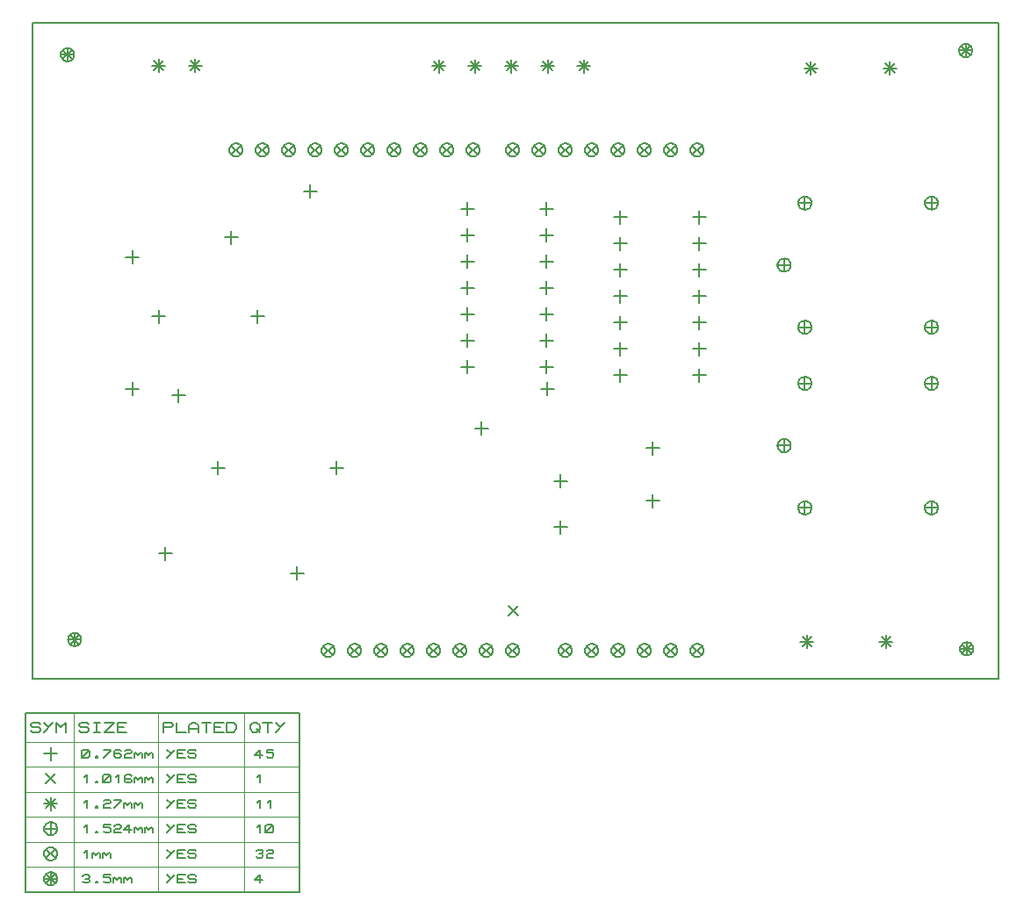
<source format=gbr>
G04 PROTEUS RS274X GERBER FILE*
%FSLAX45Y45*%
%MOMM*%
G01*
%ADD29C,0.203200*%
%ADD63C,0.127000*%
%ADD64C,0.063500*%
%TD.AperFunction*%
D29*
X+4532500Y+2772000D02*
X+4532500Y+2645000D01*
X+4469000Y+2708500D02*
X+4596000Y+2708500D01*
X+3770500Y+3788000D02*
X+3770500Y+3661000D01*
X+3707000Y+3724500D02*
X+3834000Y+3724500D01*
X+7961500Y+3470500D02*
X+7961500Y+3343500D01*
X+7898000Y+3407000D02*
X+8025000Y+3407000D01*
X+3897500Y+6010500D02*
X+3897500Y+5883500D01*
X+3834000Y+5947000D02*
X+3961000Y+5947000D01*
X+7961500Y+3978500D02*
X+7961500Y+3851500D01*
X+7898000Y+3915000D02*
X+8025000Y+3915000D01*
X+4913500Y+3788000D02*
X+4913500Y+3661000D01*
X+4850000Y+3724500D02*
X+4977000Y+3724500D01*
X+3262500Y+2962500D02*
X+3262500Y+2835500D01*
X+3199000Y+2899000D02*
X+3326000Y+2899000D01*
X+3389500Y+4486500D02*
X+3389500Y+4359500D01*
X+3326000Y+4423000D02*
X+3453000Y+4423000D01*
X+4151500Y+5248500D02*
X+4151500Y+5121500D01*
X+4088000Y+5185000D02*
X+4215000Y+5185000D01*
X+3199000Y+5248500D02*
X+3199000Y+5121500D01*
X+3135500Y+5185000D02*
X+3262500Y+5185000D01*
X+6945500Y+4550000D02*
X+6945500Y+4423000D01*
X+6882000Y+4486500D02*
X+7009000Y+4486500D01*
X+7072500Y+3216500D02*
X+7072500Y+3089500D01*
X+7009000Y+3153000D02*
X+7136000Y+3153000D01*
X+7072500Y+3661000D02*
X+7072500Y+3534000D01*
X+7009000Y+3597500D02*
X+7136000Y+3597500D01*
X+6310500Y+4169000D02*
X+6310500Y+4042000D01*
X+6247000Y+4105500D02*
X+6374000Y+4105500D01*
X+2945000Y+4550000D02*
X+2945000Y+4423000D01*
X+2881500Y+4486500D02*
X+3008500Y+4486500D01*
X+4659500Y+6455000D02*
X+4659500Y+6328000D01*
X+4596000Y+6391500D02*
X+4723000Y+6391500D01*
X+2945000Y+5820000D02*
X+2945000Y+5693000D01*
X+2881500Y+5756500D02*
X+3008500Y+5756500D01*
X+8453500Y+6790000D02*
X+8453283Y+6795247D01*
X+8451518Y+6805742D01*
X+8447826Y+6816237D01*
X+8441798Y+6826732D01*
X+8432576Y+6837112D01*
X+8422081Y+6844800D01*
X+8411586Y+6849718D01*
X+8401091Y+6852524D01*
X+8390596Y+6853497D01*
X+8390000Y+6853500D01*
X+8326500Y+6790000D02*
X+8326717Y+6795247D01*
X+8328482Y+6805742D01*
X+8332174Y+6816237D01*
X+8338202Y+6826732D01*
X+8347424Y+6837112D01*
X+8357919Y+6844800D01*
X+8368414Y+6849718D01*
X+8378909Y+6852524D01*
X+8389404Y+6853497D01*
X+8390000Y+6853500D01*
X+8326500Y+6790000D02*
X+8326717Y+6784753D01*
X+8328482Y+6774258D01*
X+8332174Y+6763763D01*
X+8338202Y+6753268D01*
X+8347424Y+6742888D01*
X+8357919Y+6735200D01*
X+8368414Y+6730282D01*
X+8378909Y+6727476D01*
X+8389404Y+6726503D01*
X+8390000Y+6726500D01*
X+8453500Y+6790000D02*
X+8453283Y+6784753D01*
X+8451518Y+6774258D01*
X+8447826Y+6763763D01*
X+8441798Y+6753268D01*
X+8432576Y+6742888D01*
X+8422081Y+6735200D01*
X+8411586Y+6730282D01*
X+8401091Y+6727476D01*
X+8390596Y+6726503D01*
X+8390000Y+6726500D01*
X+8345099Y+6834901D02*
X+8434901Y+6745099D01*
X+8345099Y+6745099D02*
X+8434901Y+6834901D01*
X+8199500Y+6790000D02*
X+8199283Y+6795247D01*
X+8197518Y+6805742D01*
X+8193826Y+6816237D01*
X+8187798Y+6826732D01*
X+8178576Y+6837112D01*
X+8168081Y+6844800D01*
X+8157586Y+6849718D01*
X+8147091Y+6852524D01*
X+8136596Y+6853497D01*
X+8136000Y+6853500D01*
X+8072500Y+6790000D02*
X+8072717Y+6795247D01*
X+8074482Y+6805742D01*
X+8078174Y+6816237D01*
X+8084202Y+6826732D01*
X+8093424Y+6837112D01*
X+8103919Y+6844800D01*
X+8114414Y+6849718D01*
X+8124909Y+6852524D01*
X+8135404Y+6853497D01*
X+8136000Y+6853500D01*
X+8072500Y+6790000D02*
X+8072717Y+6784753D01*
X+8074482Y+6774258D01*
X+8078174Y+6763763D01*
X+8084202Y+6753268D01*
X+8093424Y+6742888D01*
X+8103919Y+6735200D01*
X+8114414Y+6730282D01*
X+8124909Y+6727476D01*
X+8135404Y+6726503D01*
X+8136000Y+6726500D01*
X+8199500Y+6790000D02*
X+8199283Y+6784753D01*
X+8197518Y+6774258D01*
X+8193826Y+6763763D01*
X+8187798Y+6753268D01*
X+8178576Y+6742888D01*
X+8168081Y+6735200D01*
X+8157586Y+6730282D01*
X+8147091Y+6727476D01*
X+8136596Y+6726503D01*
X+8136000Y+6726500D01*
X+8091099Y+6834901D02*
X+8180901Y+6745099D01*
X+8091099Y+6745099D02*
X+8180901Y+6834901D01*
X+7945500Y+6790000D02*
X+7945283Y+6795247D01*
X+7943518Y+6805742D01*
X+7939826Y+6816237D01*
X+7933798Y+6826732D01*
X+7924576Y+6837112D01*
X+7914081Y+6844800D01*
X+7903586Y+6849718D01*
X+7893091Y+6852524D01*
X+7882596Y+6853497D01*
X+7882000Y+6853500D01*
X+7818500Y+6790000D02*
X+7818717Y+6795247D01*
X+7820482Y+6805742D01*
X+7824174Y+6816237D01*
X+7830202Y+6826732D01*
X+7839424Y+6837112D01*
X+7849919Y+6844800D01*
X+7860414Y+6849718D01*
X+7870909Y+6852524D01*
X+7881404Y+6853497D01*
X+7882000Y+6853500D01*
X+7818500Y+6790000D02*
X+7818717Y+6784753D01*
X+7820482Y+6774258D01*
X+7824174Y+6763763D01*
X+7830202Y+6753268D01*
X+7839424Y+6742888D01*
X+7849919Y+6735200D01*
X+7860414Y+6730282D01*
X+7870909Y+6727476D01*
X+7881404Y+6726503D01*
X+7882000Y+6726500D01*
X+7945500Y+6790000D02*
X+7945283Y+6784753D01*
X+7943518Y+6774258D01*
X+7939826Y+6763763D01*
X+7933798Y+6753268D01*
X+7924576Y+6742888D01*
X+7914081Y+6735200D01*
X+7903586Y+6730282D01*
X+7893091Y+6727476D01*
X+7882596Y+6726503D01*
X+7882000Y+6726500D01*
X+7837099Y+6834901D02*
X+7926901Y+6745099D01*
X+7837099Y+6745099D02*
X+7926901Y+6834901D01*
X+7691500Y+6790000D02*
X+7691283Y+6795247D01*
X+7689518Y+6805742D01*
X+7685826Y+6816237D01*
X+7679798Y+6826732D01*
X+7670576Y+6837112D01*
X+7660081Y+6844800D01*
X+7649586Y+6849718D01*
X+7639091Y+6852524D01*
X+7628596Y+6853497D01*
X+7628000Y+6853500D01*
X+7564500Y+6790000D02*
X+7564717Y+6795247D01*
X+7566482Y+6805742D01*
X+7570174Y+6816237D01*
X+7576202Y+6826732D01*
X+7585424Y+6837112D01*
X+7595919Y+6844800D01*
X+7606414Y+6849718D01*
X+7616909Y+6852524D01*
X+7627404Y+6853497D01*
X+7628000Y+6853500D01*
X+7564500Y+6790000D02*
X+7564717Y+6784753D01*
X+7566482Y+6774258D01*
X+7570174Y+6763763D01*
X+7576202Y+6753268D01*
X+7585424Y+6742888D01*
X+7595919Y+6735200D01*
X+7606414Y+6730282D01*
X+7616909Y+6727476D01*
X+7627404Y+6726503D01*
X+7628000Y+6726500D01*
X+7691500Y+6790000D02*
X+7691283Y+6784753D01*
X+7689518Y+6774258D01*
X+7685826Y+6763763D01*
X+7679798Y+6753268D01*
X+7670576Y+6742888D01*
X+7660081Y+6735200D01*
X+7649586Y+6730282D01*
X+7639091Y+6727476D01*
X+7628596Y+6726503D01*
X+7628000Y+6726500D01*
X+7583099Y+6834901D02*
X+7672901Y+6745099D01*
X+7583099Y+6745099D02*
X+7672901Y+6834901D01*
X+5659500Y+1964000D02*
X+5659283Y+1969247D01*
X+5657518Y+1979742D01*
X+5653826Y+1990237D01*
X+5647798Y+2000732D01*
X+5638576Y+2011112D01*
X+5628081Y+2018800D01*
X+5617586Y+2023718D01*
X+5607091Y+2026524D01*
X+5596596Y+2027497D01*
X+5596000Y+2027500D01*
X+5532500Y+1964000D02*
X+5532717Y+1969247D01*
X+5534482Y+1979742D01*
X+5538174Y+1990237D01*
X+5544202Y+2000732D01*
X+5553424Y+2011112D01*
X+5563919Y+2018800D01*
X+5574414Y+2023718D01*
X+5584909Y+2026524D01*
X+5595404Y+2027497D01*
X+5596000Y+2027500D01*
X+5532500Y+1964000D02*
X+5532717Y+1958753D01*
X+5534482Y+1948258D01*
X+5538174Y+1937763D01*
X+5544202Y+1927268D01*
X+5553424Y+1916888D01*
X+5563919Y+1909200D01*
X+5574414Y+1904282D01*
X+5584909Y+1901476D01*
X+5595404Y+1900503D01*
X+5596000Y+1900500D01*
X+5659500Y+1964000D02*
X+5659283Y+1958753D01*
X+5657518Y+1948258D01*
X+5653826Y+1937763D01*
X+5647798Y+1927268D01*
X+5638576Y+1916888D01*
X+5628081Y+1909200D01*
X+5617586Y+1904282D01*
X+5607091Y+1901476D01*
X+5596596Y+1900503D01*
X+5596000Y+1900500D01*
X+5551099Y+2008901D02*
X+5640901Y+1919099D01*
X+5551099Y+1919099D02*
X+5640901Y+2008901D01*
X+7437500Y+6790000D02*
X+7437283Y+6795247D01*
X+7435518Y+6805742D01*
X+7431826Y+6816237D01*
X+7425798Y+6826732D01*
X+7416576Y+6837112D01*
X+7406081Y+6844800D01*
X+7395586Y+6849718D01*
X+7385091Y+6852524D01*
X+7374596Y+6853497D01*
X+7374000Y+6853500D01*
X+7310500Y+6790000D02*
X+7310717Y+6795247D01*
X+7312482Y+6805742D01*
X+7316174Y+6816237D01*
X+7322202Y+6826732D01*
X+7331424Y+6837112D01*
X+7341919Y+6844800D01*
X+7352414Y+6849718D01*
X+7362909Y+6852524D01*
X+7373404Y+6853497D01*
X+7374000Y+6853500D01*
X+7310500Y+6790000D02*
X+7310717Y+6784753D01*
X+7312482Y+6774258D01*
X+7316174Y+6763763D01*
X+7322202Y+6753268D01*
X+7331424Y+6742888D01*
X+7341919Y+6735200D01*
X+7352414Y+6730282D01*
X+7362909Y+6727476D01*
X+7373404Y+6726503D01*
X+7374000Y+6726500D01*
X+7437500Y+6790000D02*
X+7437283Y+6784753D01*
X+7435518Y+6774258D01*
X+7431826Y+6763763D01*
X+7425798Y+6753268D01*
X+7416576Y+6742888D01*
X+7406081Y+6735200D01*
X+7395586Y+6730282D01*
X+7385091Y+6727476D01*
X+7374596Y+6726503D01*
X+7374000Y+6726500D01*
X+7329099Y+6834901D02*
X+7418901Y+6745099D01*
X+7329099Y+6745099D02*
X+7418901Y+6834901D01*
X+7183500Y+6790000D02*
X+7183283Y+6795247D01*
X+7181518Y+6805742D01*
X+7177826Y+6816237D01*
X+7171798Y+6826732D01*
X+7162576Y+6837112D01*
X+7152081Y+6844800D01*
X+7141586Y+6849718D01*
X+7131091Y+6852524D01*
X+7120596Y+6853497D01*
X+7120000Y+6853500D01*
X+7056500Y+6790000D02*
X+7056717Y+6795247D01*
X+7058482Y+6805742D01*
X+7062174Y+6816237D01*
X+7068202Y+6826732D01*
X+7077424Y+6837112D01*
X+7087919Y+6844800D01*
X+7098414Y+6849718D01*
X+7108909Y+6852524D01*
X+7119404Y+6853497D01*
X+7120000Y+6853500D01*
X+7056500Y+6790000D02*
X+7056717Y+6784753D01*
X+7058482Y+6774258D01*
X+7062174Y+6763763D01*
X+7068202Y+6753268D01*
X+7077424Y+6742888D01*
X+7087919Y+6735200D01*
X+7098414Y+6730282D01*
X+7108909Y+6727476D01*
X+7119404Y+6726503D01*
X+7120000Y+6726500D01*
X+7183500Y+6790000D02*
X+7183283Y+6784753D01*
X+7181518Y+6774258D01*
X+7177826Y+6763763D01*
X+7171798Y+6753268D01*
X+7162576Y+6742888D01*
X+7152081Y+6735200D01*
X+7141586Y+6730282D01*
X+7131091Y+6727476D01*
X+7120596Y+6726503D01*
X+7120000Y+6726500D01*
X+7075099Y+6834901D02*
X+7164901Y+6745099D01*
X+7075099Y+6745099D02*
X+7164901Y+6834901D01*
X+5913500Y+1964000D02*
X+5913283Y+1969247D01*
X+5911518Y+1979742D01*
X+5907826Y+1990237D01*
X+5901798Y+2000732D01*
X+5892576Y+2011112D01*
X+5882081Y+2018800D01*
X+5871586Y+2023718D01*
X+5861091Y+2026524D01*
X+5850596Y+2027497D01*
X+5850000Y+2027500D01*
X+5786500Y+1964000D02*
X+5786717Y+1969247D01*
X+5788482Y+1979742D01*
X+5792174Y+1990237D01*
X+5798202Y+2000732D01*
X+5807424Y+2011112D01*
X+5817919Y+2018800D01*
X+5828414Y+2023718D01*
X+5838909Y+2026524D01*
X+5849404Y+2027497D01*
X+5850000Y+2027500D01*
X+5786500Y+1964000D02*
X+5786717Y+1958753D01*
X+5788482Y+1948258D01*
X+5792174Y+1937763D01*
X+5798202Y+1927268D01*
X+5807424Y+1916888D01*
X+5817919Y+1909200D01*
X+5828414Y+1904282D01*
X+5838909Y+1901476D01*
X+5849404Y+1900503D01*
X+5850000Y+1900500D01*
X+5913500Y+1964000D02*
X+5913283Y+1958753D01*
X+5911518Y+1948258D01*
X+5907826Y+1937763D01*
X+5901798Y+1927268D01*
X+5892576Y+1916888D01*
X+5882081Y+1909200D01*
X+5871586Y+1904282D01*
X+5861091Y+1901476D01*
X+5850596Y+1900503D01*
X+5850000Y+1900500D01*
X+5805099Y+2008901D02*
X+5894901Y+1919099D01*
X+5805099Y+1919099D02*
X+5894901Y+2008901D01*
X+6929500Y+6790000D02*
X+6929283Y+6795247D01*
X+6927518Y+6805742D01*
X+6923826Y+6816237D01*
X+6917798Y+6826732D01*
X+6908576Y+6837112D01*
X+6898081Y+6844800D01*
X+6887586Y+6849718D01*
X+6877091Y+6852524D01*
X+6866596Y+6853497D01*
X+6866000Y+6853500D01*
X+6802500Y+6790000D02*
X+6802717Y+6795247D01*
X+6804482Y+6805742D01*
X+6808174Y+6816237D01*
X+6814202Y+6826732D01*
X+6823424Y+6837112D01*
X+6833919Y+6844800D01*
X+6844414Y+6849718D01*
X+6854909Y+6852524D01*
X+6865404Y+6853497D01*
X+6866000Y+6853500D01*
X+6802500Y+6790000D02*
X+6802717Y+6784753D01*
X+6804482Y+6774258D01*
X+6808174Y+6763763D01*
X+6814202Y+6753268D01*
X+6823424Y+6742888D01*
X+6833919Y+6735200D01*
X+6844414Y+6730282D01*
X+6854909Y+6727476D01*
X+6865404Y+6726503D01*
X+6866000Y+6726500D01*
X+6929500Y+6790000D02*
X+6929283Y+6784753D01*
X+6927518Y+6774258D01*
X+6923826Y+6763763D01*
X+6917798Y+6753268D01*
X+6908576Y+6742888D01*
X+6898081Y+6735200D01*
X+6887586Y+6730282D01*
X+6877091Y+6727476D01*
X+6866596Y+6726503D01*
X+6866000Y+6726500D01*
X+6821099Y+6834901D02*
X+6910901Y+6745099D01*
X+6821099Y+6745099D02*
X+6910901Y+6834901D01*
X+6675500Y+6790000D02*
X+6675283Y+6795247D01*
X+6673518Y+6805742D01*
X+6669826Y+6816237D01*
X+6663798Y+6826732D01*
X+6654576Y+6837112D01*
X+6644081Y+6844800D01*
X+6633586Y+6849718D01*
X+6623091Y+6852524D01*
X+6612596Y+6853497D01*
X+6612000Y+6853500D01*
X+6548500Y+6790000D02*
X+6548717Y+6795247D01*
X+6550482Y+6805742D01*
X+6554174Y+6816237D01*
X+6560202Y+6826732D01*
X+6569424Y+6837112D01*
X+6579919Y+6844800D01*
X+6590414Y+6849718D01*
X+6600909Y+6852524D01*
X+6611404Y+6853497D01*
X+6612000Y+6853500D01*
X+6548500Y+6790000D02*
X+6548717Y+6784753D01*
X+6550482Y+6774258D01*
X+6554174Y+6763763D01*
X+6560202Y+6753268D01*
X+6569424Y+6742888D01*
X+6579919Y+6735200D01*
X+6590414Y+6730282D01*
X+6600909Y+6727476D01*
X+6611404Y+6726503D01*
X+6612000Y+6726500D01*
X+6675500Y+6790000D02*
X+6675283Y+6784753D01*
X+6673518Y+6774258D01*
X+6669826Y+6763763D01*
X+6663798Y+6753268D01*
X+6654576Y+6742888D01*
X+6644081Y+6735200D01*
X+6633586Y+6730282D01*
X+6623091Y+6727476D01*
X+6612596Y+6726503D01*
X+6612000Y+6726500D01*
X+6567099Y+6834901D02*
X+6656901Y+6745099D01*
X+6567099Y+6745099D02*
X+6656901Y+6834901D01*
X+6294500Y+6790000D02*
X+6294283Y+6795247D01*
X+6292518Y+6805742D01*
X+6288826Y+6816237D01*
X+6282798Y+6826732D01*
X+6273576Y+6837112D01*
X+6263081Y+6844800D01*
X+6252586Y+6849718D01*
X+6242091Y+6852524D01*
X+6231596Y+6853497D01*
X+6231000Y+6853500D01*
X+6167500Y+6790000D02*
X+6167717Y+6795247D01*
X+6169482Y+6805742D01*
X+6173174Y+6816237D01*
X+6179202Y+6826732D01*
X+6188424Y+6837112D01*
X+6198919Y+6844800D01*
X+6209414Y+6849718D01*
X+6219909Y+6852524D01*
X+6230404Y+6853497D01*
X+6231000Y+6853500D01*
X+6167500Y+6790000D02*
X+6167717Y+6784753D01*
X+6169482Y+6774258D01*
X+6173174Y+6763763D01*
X+6179202Y+6753268D01*
X+6188424Y+6742888D01*
X+6198919Y+6735200D01*
X+6209414Y+6730282D01*
X+6219909Y+6727476D01*
X+6230404Y+6726503D01*
X+6231000Y+6726500D01*
X+6294500Y+6790000D02*
X+6294283Y+6784753D01*
X+6292518Y+6774258D01*
X+6288826Y+6763763D01*
X+6282798Y+6753268D01*
X+6273576Y+6742888D01*
X+6263081Y+6735200D01*
X+6252586Y+6730282D01*
X+6242091Y+6727476D01*
X+6231596Y+6726503D01*
X+6231000Y+6726500D01*
X+6186099Y+6834901D02*
X+6275901Y+6745099D01*
X+6186099Y+6745099D02*
X+6275901Y+6834901D01*
X+6040500Y+6790000D02*
X+6040283Y+6795247D01*
X+6038518Y+6805742D01*
X+6034826Y+6816237D01*
X+6028798Y+6826732D01*
X+6019576Y+6837112D01*
X+6009081Y+6844800D01*
X+5998586Y+6849718D01*
X+5988091Y+6852524D01*
X+5977596Y+6853497D01*
X+5977000Y+6853500D01*
X+5913500Y+6790000D02*
X+5913717Y+6795247D01*
X+5915482Y+6805742D01*
X+5919174Y+6816237D01*
X+5925202Y+6826732D01*
X+5934424Y+6837112D01*
X+5944919Y+6844800D01*
X+5955414Y+6849718D01*
X+5965909Y+6852524D01*
X+5976404Y+6853497D01*
X+5977000Y+6853500D01*
X+5913500Y+6790000D02*
X+5913717Y+6784753D01*
X+5915482Y+6774258D01*
X+5919174Y+6763763D01*
X+5925202Y+6753268D01*
X+5934424Y+6742888D01*
X+5944919Y+6735200D01*
X+5955414Y+6730282D01*
X+5965909Y+6727476D01*
X+5976404Y+6726503D01*
X+5977000Y+6726500D01*
X+6040500Y+6790000D02*
X+6040283Y+6784753D01*
X+6038518Y+6774258D01*
X+6034826Y+6763763D01*
X+6028798Y+6753268D01*
X+6019576Y+6742888D01*
X+6009081Y+6735200D01*
X+5998586Y+6730282D01*
X+5988091Y+6727476D01*
X+5977596Y+6726503D01*
X+5977000Y+6726500D01*
X+5932099Y+6834901D02*
X+6021901Y+6745099D01*
X+5932099Y+6745099D02*
X+6021901Y+6834901D01*
X+5786500Y+6790000D02*
X+5786283Y+6795247D01*
X+5784518Y+6805742D01*
X+5780826Y+6816237D01*
X+5774798Y+6826732D01*
X+5765576Y+6837112D01*
X+5755081Y+6844800D01*
X+5744586Y+6849718D01*
X+5734091Y+6852524D01*
X+5723596Y+6853497D01*
X+5723000Y+6853500D01*
X+5659500Y+6790000D02*
X+5659717Y+6795247D01*
X+5661482Y+6805742D01*
X+5665174Y+6816237D01*
X+5671202Y+6826732D01*
X+5680424Y+6837112D01*
X+5690919Y+6844800D01*
X+5701414Y+6849718D01*
X+5711909Y+6852524D01*
X+5722404Y+6853497D01*
X+5723000Y+6853500D01*
X+5659500Y+6790000D02*
X+5659717Y+6784753D01*
X+5661482Y+6774258D01*
X+5665174Y+6763763D01*
X+5671202Y+6753268D01*
X+5680424Y+6742888D01*
X+5690919Y+6735200D01*
X+5701414Y+6730282D01*
X+5711909Y+6727476D01*
X+5722404Y+6726503D01*
X+5723000Y+6726500D01*
X+5786500Y+6790000D02*
X+5786283Y+6784753D01*
X+5784518Y+6774258D01*
X+5780826Y+6763763D01*
X+5774798Y+6753268D01*
X+5765576Y+6742888D01*
X+5755081Y+6735200D01*
X+5744586Y+6730282D01*
X+5734091Y+6727476D01*
X+5723596Y+6726503D01*
X+5723000Y+6726500D01*
X+5678099Y+6834901D02*
X+5767901Y+6745099D01*
X+5678099Y+6745099D02*
X+5767901Y+6834901D01*
X+5532500Y+6790000D02*
X+5532283Y+6795247D01*
X+5530518Y+6805742D01*
X+5526826Y+6816237D01*
X+5520798Y+6826732D01*
X+5511576Y+6837112D01*
X+5501081Y+6844800D01*
X+5490586Y+6849718D01*
X+5480091Y+6852524D01*
X+5469596Y+6853497D01*
X+5469000Y+6853500D01*
X+5405500Y+6790000D02*
X+5405717Y+6795247D01*
X+5407482Y+6805742D01*
X+5411174Y+6816237D01*
X+5417202Y+6826732D01*
X+5426424Y+6837112D01*
X+5436919Y+6844800D01*
X+5447414Y+6849718D01*
X+5457909Y+6852524D01*
X+5468404Y+6853497D01*
X+5469000Y+6853500D01*
X+5405500Y+6790000D02*
X+5405717Y+6784753D01*
X+5407482Y+6774258D01*
X+5411174Y+6763763D01*
X+5417202Y+6753268D01*
X+5426424Y+6742888D01*
X+5436919Y+6735200D01*
X+5447414Y+6730282D01*
X+5457909Y+6727476D01*
X+5468404Y+6726503D01*
X+5469000Y+6726500D01*
X+5532500Y+6790000D02*
X+5532283Y+6784753D01*
X+5530518Y+6774258D01*
X+5526826Y+6763763D01*
X+5520798Y+6753268D01*
X+5511576Y+6742888D01*
X+5501081Y+6735200D01*
X+5490586Y+6730282D01*
X+5480091Y+6727476D01*
X+5469596Y+6726503D01*
X+5469000Y+6726500D01*
X+5424099Y+6834901D02*
X+5513901Y+6745099D01*
X+5424099Y+6745099D02*
X+5513901Y+6834901D01*
X+5278500Y+6790000D02*
X+5278283Y+6795247D01*
X+5276518Y+6805742D01*
X+5272826Y+6816237D01*
X+5266798Y+6826732D01*
X+5257576Y+6837112D01*
X+5247081Y+6844800D01*
X+5236586Y+6849718D01*
X+5226091Y+6852524D01*
X+5215596Y+6853497D01*
X+5215000Y+6853500D01*
X+5151500Y+6790000D02*
X+5151717Y+6795247D01*
X+5153482Y+6805742D01*
X+5157174Y+6816237D01*
X+5163202Y+6826732D01*
X+5172424Y+6837112D01*
X+5182919Y+6844800D01*
X+5193414Y+6849718D01*
X+5203909Y+6852524D01*
X+5214404Y+6853497D01*
X+5215000Y+6853500D01*
X+5151500Y+6790000D02*
X+5151717Y+6784753D01*
X+5153482Y+6774258D01*
X+5157174Y+6763763D01*
X+5163202Y+6753268D01*
X+5172424Y+6742888D01*
X+5182919Y+6735200D01*
X+5193414Y+6730282D01*
X+5203909Y+6727476D01*
X+5214404Y+6726503D01*
X+5215000Y+6726500D01*
X+5278500Y+6790000D02*
X+5278283Y+6784753D01*
X+5276518Y+6774258D01*
X+5272826Y+6763763D01*
X+5266798Y+6753268D01*
X+5257576Y+6742888D01*
X+5247081Y+6735200D01*
X+5236586Y+6730282D01*
X+5226091Y+6727476D01*
X+5215596Y+6726503D01*
X+5215000Y+6726500D01*
X+5170099Y+6834901D02*
X+5259901Y+6745099D01*
X+5170099Y+6745099D02*
X+5259901Y+6834901D01*
X+5024500Y+6790000D02*
X+5024283Y+6795247D01*
X+5022518Y+6805742D01*
X+5018826Y+6816237D01*
X+5012798Y+6826732D01*
X+5003576Y+6837112D01*
X+4993081Y+6844800D01*
X+4982586Y+6849718D01*
X+4972091Y+6852524D01*
X+4961596Y+6853497D01*
X+4961000Y+6853500D01*
X+4897500Y+6790000D02*
X+4897717Y+6795247D01*
X+4899482Y+6805742D01*
X+4903174Y+6816237D01*
X+4909202Y+6826732D01*
X+4918424Y+6837112D01*
X+4928919Y+6844800D01*
X+4939414Y+6849718D01*
X+4949909Y+6852524D01*
X+4960404Y+6853497D01*
X+4961000Y+6853500D01*
X+4897500Y+6790000D02*
X+4897717Y+6784753D01*
X+4899482Y+6774258D01*
X+4903174Y+6763763D01*
X+4909202Y+6753268D01*
X+4918424Y+6742888D01*
X+4928919Y+6735200D01*
X+4939414Y+6730282D01*
X+4949909Y+6727476D01*
X+4960404Y+6726503D01*
X+4961000Y+6726500D01*
X+5024500Y+6790000D02*
X+5024283Y+6784753D01*
X+5022518Y+6774258D01*
X+5018826Y+6763763D01*
X+5012798Y+6753268D01*
X+5003576Y+6742888D01*
X+4993081Y+6735200D01*
X+4982586Y+6730282D01*
X+4972091Y+6727476D01*
X+4961596Y+6726503D01*
X+4961000Y+6726500D01*
X+4916099Y+6834901D02*
X+5005901Y+6745099D01*
X+4916099Y+6745099D02*
X+5005901Y+6834901D01*
X+4897500Y+1964000D02*
X+4897283Y+1969247D01*
X+4895518Y+1979742D01*
X+4891826Y+1990237D01*
X+4885798Y+2000732D01*
X+4876576Y+2011112D01*
X+4866081Y+2018800D01*
X+4855586Y+2023718D01*
X+4845091Y+2026524D01*
X+4834596Y+2027497D01*
X+4834000Y+2027500D01*
X+4770500Y+1964000D02*
X+4770717Y+1969247D01*
X+4772482Y+1979742D01*
X+4776174Y+1990237D01*
X+4782202Y+2000732D01*
X+4791424Y+2011112D01*
X+4801919Y+2018800D01*
X+4812414Y+2023718D01*
X+4822909Y+2026524D01*
X+4833404Y+2027497D01*
X+4834000Y+2027500D01*
X+4770500Y+1964000D02*
X+4770717Y+1958753D01*
X+4772482Y+1948258D01*
X+4776174Y+1937763D01*
X+4782202Y+1927268D01*
X+4791424Y+1916888D01*
X+4801919Y+1909200D01*
X+4812414Y+1904282D01*
X+4822909Y+1901476D01*
X+4833404Y+1900503D01*
X+4834000Y+1900500D01*
X+4897500Y+1964000D02*
X+4897283Y+1958753D01*
X+4895518Y+1948258D01*
X+4891826Y+1937763D01*
X+4885798Y+1927268D01*
X+4876576Y+1916888D01*
X+4866081Y+1909200D01*
X+4855586Y+1904282D01*
X+4845091Y+1901476D01*
X+4834596Y+1900503D01*
X+4834000Y+1900500D01*
X+4789099Y+2008901D02*
X+4878901Y+1919099D01*
X+4789099Y+1919099D02*
X+4878901Y+2008901D01*
X+7183500Y+1964000D02*
X+7183283Y+1969247D01*
X+7181518Y+1979742D01*
X+7177826Y+1990237D01*
X+7171798Y+2000732D01*
X+7162576Y+2011112D01*
X+7152081Y+2018800D01*
X+7141586Y+2023718D01*
X+7131091Y+2026524D01*
X+7120596Y+2027497D01*
X+7120000Y+2027500D01*
X+7056500Y+1964000D02*
X+7056717Y+1969247D01*
X+7058482Y+1979742D01*
X+7062174Y+1990237D01*
X+7068202Y+2000732D01*
X+7077424Y+2011112D01*
X+7087919Y+2018800D01*
X+7098414Y+2023718D01*
X+7108909Y+2026524D01*
X+7119404Y+2027497D01*
X+7120000Y+2027500D01*
X+7056500Y+1964000D02*
X+7056717Y+1958753D01*
X+7058482Y+1948258D01*
X+7062174Y+1937763D01*
X+7068202Y+1927268D01*
X+7077424Y+1916888D01*
X+7087919Y+1909200D01*
X+7098414Y+1904282D01*
X+7108909Y+1901476D01*
X+7119404Y+1900503D01*
X+7120000Y+1900500D01*
X+7183500Y+1964000D02*
X+7183283Y+1958753D01*
X+7181518Y+1948258D01*
X+7177826Y+1937763D01*
X+7171798Y+1927268D01*
X+7162576Y+1916888D01*
X+7152081Y+1909200D01*
X+7141586Y+1904282D01*
X+7131091Y+1901476D01*
X+7120596Y+1900503D01*
X+7120000Y+1900500D01*
X+7075099Y+2008901D02*
X+7164901Y+1919099D01*
X+7075099Y+1919099D02*
X+7164901Y+2008901D01*
X+7437500Y+1964000D02*
X+7437283Y+1969247D01*
X+7435518Y+1979742D01*
X+7431826Y+1990237D01*
X+7425798Y+2000732D01*
X+7416576Y+2011112D01*
X+7406081Y+2018800D01*
X+7395586Y+2023718D01*
X+7385091Y+2026524D01*
X+7374596Y+2027497D01*
X+7374000Y+2027500D01*
X+7310500Y+1964000D02*
X+7310717Y+1969247D01*
X+7312482Y+1979742D01*
X+7316174Y+1990237D01*
X+7322202Y+2000732D01*
X+7331424Y+2011112D01*
X+7341919Y+2018800D01*
X+7352414Y+2023718D01*
X+7362909Y+2026524D01*
X+7373404Y+2027497D01*
X+7374000Y+2027500D01*
X+7310500Y+1964000D02*
X+7310717Y+1958753D01*
X+7312482Y+1948258D01*
X+7316174Y+1937763D01*
X+7322202Y+1927268D01*
X+7331424Y+1916888D01*
X+7341919Y+1909200D01*
X+7352414Y+1904282D01*
X+7362909Y+1901476D01*
X+7373404Y+1900503D01*
X+7374000Y+1900500D01*
X+7437500Y+1964000D02*
X+7437283Y+1958753D01*
X+7435518Y+1948258D01*
X+7431826Y+1937763D01*
X+7425798Y+1927268D01*
X+7416576Y+1916888D01*
X+7406081Y+1909200D01*
X+7395586Y+1904282D01*
X+7385091Y+1901476D01*
X+7374596Y+1900503D01*
X+7374000Y+1900500D01*
X+7329099Y+2008901D02*
X+7418901Y+1919099D01*
X+7329099Y+1919099D02*
X+7418901Y+2008901D01*
X+7691500Y+1964000D02*
X+7691283Y+1969247D01*
X+7689518Y+1979742D01*
X+7685826Y+1990237D01*
X+7679798Y+2000732D01*
X+7670576Y+2011112D01*
X+7660081Y+2018800D01*
X+7649586Y+2023718D01*
X+7639091Y+2026524D01*
X+7628596Y+2027497D01*
X+7628000Y+2027500D01*
X+7564500Y+1964000D02*
X+7564717Y+1969247D01*
X+7566482Y+1979742D01*
X+7570174Y+1990237D01*
X+7576202Y+2000732D01*
X+7585424Y+2011112D01*
X+7595919Y+2018800D01*
X+7606414Y+2023718D01*
X+7616909Y+2026524D01*
X+7627404Y+2027497D01*
X+7628000Y+2027500D01*
X+7564500Y+1964000D02*
X+7564717Y+1958753D01*
X+7566482Y+1948258D01*
X+7570174Y+1937763D01*
X+7576202Y+1927268D01*
X+7585424Y+1916888D01*
X+7595919Y+1909200D01*
X+7606414Y+1904282D01*
X+7616909Y+1901476D01*
X+7627404Y+1900503D01*
X+7628000Y+1900500D01*
X+7691500Y+1964000D02*
X+7691283Y+1958753D01*
X+7689518Y+1948258D01*
X+7685826Y+1937763D01*
X+7679798Y+1927268D01*
X+7670576Y+1916888D01*
X+7660081Y+1909200D01*
X+7649586Y+1904282D01*
X+7639091Y+1901476D01*
X+7628596Y+1900503D01*
X+7628000Y+1900500D01*
X+7583099Y+2008901D02*
X+7672901Y+1919099D01*
X+7583099Y+1919099D02*
X+7672901Y+2008901D01*
X+7945500Y+1964000D02*
X+7945283Y+1969247D01*
X+7943518Y+1979742D01*
X+7939826Y+1990237D01*
X+7933798Y+2000732D01*
X+7924576Y+2011112D01*
X+7914081Y+2018800D01*
X+7903586Y+2023718D01*
X+7893091Y+2026524D01*
X+7882596Y+2027497D01*
X+7882000Y+2027500D01*
X+7818500Y+1964000D02*
X+7818717Y+1969247D01*
X+7820482Y+1979742D01*
X+7824174Y+1990237D01*
X+7830202Y+2000732D01*
X+7839424Y+2011112D01*
X+7849919Y+2018800D01*
X+7860414Y+2023718D01*
X+7870909Y+2026524D01*
X+7881404Y+2027497D01*
X+7882000Y+2027500D01*
X+7818500Y+1964000D02*
X+7818717Y+1958753D01*
X+7820482Y+1948258D01*
X+7824174Y+1937763D01*
X+7830202Y+1927268D01*
X+7839424Y+1916888D01*
X+7849919Y+1909200D01*
X+7860414Y+1904282D01*
X+7870909Y+1901476D01*
X+7881404Y+1900503D01*
X+7882000Y+1900500D01*
X+7945500Y+1964000D02*
X+7945283Y+1958753D01*
X+7943518Y+1948258D01*
X+7939826Y+1937763D01*
X+7933798Y+1927268D01*
X+7924576Y+1916888D01*
X+7914081Y+1909200D01*
X+7903586Y+1904282D01*
X+7893091Y+1901476D01*
X+7882596Y+1900503D01*
X+7882000Y+1900500D01*
X+7837099Y+2008901D02*
X+7926901Y+1919099D01*
X+7837099Y+1919099D02*
X+7926901Y+2008901D01*
X+8199500Y+1964000D02*
X+8199283Y+1969247D01*
X+8197518Y+1979742D01*
X+8193826Y+1990237D01*
X+8187798Y+2000732D01*
X+8178576Y+2011112D01*
X+8168081Y+2018800D01*
X+8157586Y+2023718D01*
X+8147091Y+2026524D01*
X+8136596Y+2027497D01*
X+8136000Y+2027500D01*
X+8072500Y+1964000D02*
X+8072717Y+1969247D01*
X+8074482Y+1979742D01*
X+8078174Y+1990237D01*
X+8084202Y+2000732D01*
X+8093424Y+2011112D01*
X+8103919Y+2018800D01*
X+8114414Y+2023718D01*
X+8124909Y+2026524D01*
X+8135404Y+2027497D01*
X+8136000Y+2027500D01*
X+8072500Y+1964000D02*
X+8072717Y+1958753D01*
X+8074482Y+1948258D01*
X+8078174Y+1937763D01*
X+8084202Y+1927268D01*
X+8093424Y+1916888D01*
X+8103919Y+1909200D01*
X+8114414Y+1904282D01*
X+8124909Y+1901476D01*
X+8135404Y+1900503D01*
X+8136000Y+1900500D01*
X+8199500Y+1964000D02*
X+8199283Y+1958753D01*
X+8197518Y+1948258D01*
X+8193826Y+1937763D01*
X+8187798Y+1927268D01*
X+8178576Y+1916888D01*
X+8168081Y+1909200D01*
X+8157586Y+1904282D01*
X+8147091Y+1901476D01*
X+8136596Y+1900503D01*
X+8136000Y+1900500D01*
X+8091099Y+2008901D02*
X+8180901Y+1919099D01*
X+8091099Y+1919099D02*
X+8180901Y+2008901D01*
X+8453500Y+1964000D02*
X+8453283Y+1969247D01*
X+8451518Y+1979742D01*
X+8447826Y+1990237D01*
X+8441798Y+2000732D01*
X+8432576Y+2011112D01*
X+8422081Y+2018800D01*
X+8411586Y+2023718D01*
X+8401091Y+2026524D01*
X+8390596Y+2027497D01*
X+8390000Y+2027500D01*
X+8326500Y+1964000D02*
X+8326717Y+1969247D01*
X+8328482Y+1979742D01*
X+8332174Y+1990237D01*
X+8338202Y+2000732D01*
X+8347424Y+2011112D01*
X+8357919Y+2018800D01*
X+8368414Y+2023718D01*
X+8378909Y+2026524D01*
X+8389404Y+2027497D01*
X+8390000Y+2027500D01*
X+8326500Y+1964000D02*
X+8326717Y+1958753D01*
X+8328482Y+1948258D01*
X+8332174Y+1937763D01*
X+8338202Y+1927268D01*
X+8347424Y+1916888D01*
X+8357919Y+1909200D01*
X+8368414Y+1904282D01*
X+8378909Y+1901476D01*
X+8389404Y+1900503D01*
X+8390000Y+1900500D01*
X+8453500Y+1964000D02*
X+8453283Y+1958753D01*
X+8451518Y+1948258D01*
X+8447826Y+1937763D01*
X+8441798Y+1927268D01*
X+8432576Y+1916888D01*
X+8422081Y+1909200D01*
X+8411586Y+1904282D01*
X+8401091Y+1901476D01*
X+8390596Y+1900503D01*
X+8390000Y+1900500D01*
X+8345099Y+2008901D02*
X+8434901Y+1919099D01*
X+8345099Y+1919099D02*
X+8434901Y+2008901D01*
X+4516500Y+6790000D02*
X+4516283Y+6795247D01*
X+4514518Y+6805742D01*
X+4510826Y+6816237D01*
X+4504798Y+6826732D01*
X+4495576Y+6837112D01*
X+4485081Y+6844800D01*
X+4474586Y+6849718D01*
X+4464091Y+6852524D01*
X+4453596Y+6853497D01*
X+4453000Y+6853500D01*
X+4389500Y+6790000D02*
X+4389717Y+6795247D01*
X+4391482Y+6805742D01*
X+4395174Y+6816237D01*
X+4401202Y+6826732D01*
X+4410424Y+6837112D01*
X+4420919Y+6844800D01*
X+4431414Y+6849718D01*
X+4441909Y+6852524D01*
X+4452404Y+6853497D01*
X+4453000Y+6853500D01*
X+4389500Y+6790000D02*
X+4389717Y+6784753D01*
X+4391482Y+6774258D01*
X+4395174Y+6763763D01*
X+4401202Y+6753268D01*
X+4410424Y+6742888D01*
X+4420919Y+6735200D01*
X+4431414Y+6730282D01*
X+4441909Y+6727476D01*
X+4452404Y+6726503D01*
X+4453000Y+6726500D01*
X+4516500Y+6790000D02*
X+4516283Y+6784753D01*
X+4514518Y+6774258D01*
X+4510826Y+6763763D01*
X+4504798Y+6753268D01*
X+4495576Y+6742888D01*
X+4485081Y+6735200D01*
X+4474586Y+6730282D01*
X+4464091Y+6727476D01*
X+4453596Y+6726503D01*
X+4453000Y+6726500D01*
X+4408099Y+6834901D02*
X+4497901Y+6745099D01*
X+4408099Y+6745099D02*
X+4497901Y+6834901D01*
X+6167500Y+1964000D02*
X+6167283Y+1969247D01*
X+6165518Y+1979742D01*
X+6161826Y+1990237D01*
X+6155798Y+2000732D01*
X+6146576Y+2011112D01*
X+6136081Y+2018800D01*
X+6125586Y+2023718D01*
X+6115091Y+2026524D01*
X+6104596Y+2027497D01*
X+6104000Y+2027500D01*
X+6040500Y+1964000D02*
X+6040717Y+1969247D01*
X+6042482Y+1979742D01*
X+6046174Y+1990237D01*
X+6052202Y+2000732D01*
X+6061424Y+2011112D01*
X+6071919Y+2018800D01*
X+6082414Y+2023718D01*
X+6092909Y+2026524D01*
X+6103404Y+2027497D01*
X+6104000Y+2027500D01*
X+6040500Y+1964000D02*
X+6040717Y+1958753D01*
X+6042482Y+1948258D01*
X+6046174Y+1937763D01*
X+6052202Y+1927268D01*
X+6061424Y+1916888D01*
X+6071919Y+1909200D01*
X+6082414Y+1904282D01*
X+6092909Y+1901476D01*
X+6103404Y+1900503D01*
X+6104000Y+1900500D01*
X+6167500Y+1964000D02*
X+6167283Y+1958753D01*
X+6165518Y+1948258D01*
X+6161826Y+1937763D01*
X+6155798Y+1927268D01*
X+6146576Y+1916888D01*
X+6136081Y+1909200D01*
X+6125586Y+1904282D01*
X+6115091Y+1901476D01*
X+6104596Y+1900503D01*
X+6104000Y+1900500D01*
X+6059099Y+2008901D02*
X+6148901Y+1919099D01*
X+6059099Y+1919099D02*
X+6148901Y+2008901D01*
X+6421500Y+1964000D02*
X+6421283Y+1969247D01*
X+6419518Y+1979742D01*
X+6415826Y+1990237D01*
X+6409798Y+2000732D01*
X+6400576Y+2011112D01*
X+6390081Y+2018800D01*
X+6379586Y+2023718D01*
X+6369091Y+2026524D01*
X+6358596Y+2027497D01*
X+6358000Y+2027500D01*
X+6294500Y+1964000D02*
X+6294717Y+1969247D01*
X+6296482Y+1979742D01*
X+6300174Y+1990237D01*
X+6306202Y+2000732D01*
X+6315424Y+2011112D01*
X+6325919Y+2018800D01*
X+6336414Y+2023718D01*
X+6346909Y+2026524D01*
X+6357404Y+2027497D01*
X+6358000Y+2027500D01*
X+6294500Y+1964000D02*
X+6294717Y+1958753D01*
X+6296482Y+1948258D01*
X+6300174Y+1937763D01*
X+6306202Y+1927268D01*
X+6315424Y+1916888D01*
X+6325919Y+1909200D01*
X+6336414Y+1904282D01*
X+6346909Y+1901476D01*
X+6357404Y+1900503D01*
X+6358000Y+1900500D01*
X+6421500Y+1964000D02*
X+6421283Y+1958753D01*
X+6419518Y+1948258D01*
X+6415826Y+1937763D01*
X+6409798Y+1927268D01*
X+6400576Y+1916888D01*
X+6390081Y+1909200D01*
X+6379586Y+1904282D01*
X+6369091Y+1901476D01*
X+6358596Y+1900503D01*
X+6358000Y+1900500D01*
X+6313099Y+2008901D02*
X+6402901Y+1919099D01*
X+6313099Y+1919099D02*
X+6402901Y+2008901D01*
X+4770500Y+6790000D02*
X+4770283Y+6795247D01*
X+4768518Y+6805742D01*
X+4764826Y+6816237D01*
X+4758798Y+6826732D01*
X+4749576Y+6837112D01*
X+4739081Y+6844800D01*
X+4728586Y+6849718D01*
X+4718091Y+6852524D01*
X+4707596Y+6853497D01*
X+4707000Y+6853500D01*
X+4643500Y+6790000D02*
X+4643717Y+6795247D01*
X+4645482Y+6805742D01*
X+4649174Y+6816237D01*
X+4655202Y+6826732D01*
X+4664424Y+6837112D01*
X+4674919Y+6844800D01*
X+4685414Y+6849718D01*
X+4695909Y+6852524D01*
X+4706404Y+6853497D01*
X+4707000Y+6853500D01*
X+4643500Y+6790000D02*
X+4643717Y+6784753D01*
X+4645482Y+6774258D01*
X+4649174Y+6763763D01*
X+4655202Y+6753268D01*
X+4664424Y+6742888D01*
X+4674919Y+6735200D01*
X+4685414Y+6730282D01*
X+4695909Y+6727476D01*
X+4706404Y+6726503D01*
X+4707000Y+6726500D01*
X+4770500Y+6790000D02*
X+4770283Y+6784753D01*
X+4768518Y+6774258D01*
X+4764826Y+6763763D01*
X+4758798Y+6753268D01*
X+4749576Y+6742888D01*
X+4739081Y+6735200D01*
X+4728586Y+6730282D01*
X+4718091Y+6727476D01*
X+4707596Y+6726503D01*
X+4707000Y+6726500D01*
X+4662099Y+6834901D02*
X+4751901Y+6745099D01*
X+4662099Y+6745099D02*
X+4751901Y+6834901D01*
X+5151500Y+1964000D02*
X+5151283Y+1969247D01*
X+5149518Y+1979742D01*
X+5145826Y+1990237D01*
X+5139798Y+2000732D01*
X+5130576Y+2011112D01*
X+5120081Y+2018800D01*
X+5109586Y+2023718D01*
X+5099091Y+2026524D01*
X+5088596Y+2027497D01*
X+5088000Y+2027500D01*
X+5024500Y+1964000D02*
X+5024717Y+1969247D01*
X+5026482Y+1979742D01*
X+5030174Y+1990237D01*
X+5036202Y+2000732D01*
X+5045424Y+2011112D01*
X+5055919Y+2018800D01*
X+5066414Y+2023718D01*
X+5076909Y+2026524D01*
X+5087404Y+2027497D01*
X+5088000Y+2027500D01*
X+5024500Y+1964000D02*
X+5024717Y+1958753D01*
X+5026482Y+1948258D01*
X+5030174Y+1937763D01*
X+5036202Y+1927268D01*
X+5045424Y+1916888D01*
X+5055919Y+1909200D01*
X+5066414Y+1904282D01*
X+5076909Y+1901476D01*
X+5087404Y+1900503D01*
X+5088000Y+1900500D01*
X+5151500Y+1964000D02*
X+5151283Y+1958753D01*
X+5149518Y+1948258D01*
X+5145826Y+1937763D01*
X+5139798Y+1927268D01*
X+5130576Y+1916888D01*
X+5120081Y+1909200D01*
X+5109586Y+1904282D01*
X+5099091Y+1901476D01*
X+5088596Y+1900503D01*
X+5088000Y+1900500D01*
X+5043099Y+2008901D02*
X+5132901Y+1919099D01*
X+5043099Y+1919099D02*
X+5132901Y+2008901D01*
X+5405500Y+1964000D02*
X+5405283Y+1969247D01*
X+5403518Y+1979742D01*
X+5399826Y+1990237D01*
X+5393798Y+2000732D01*
X+5384576Y+2011112D01*
X+5374081Y+2018800D01*
X+5363586Y+2023718D01*
X+5353091Y+2026524D01*
X+5342596Y+2027497D01*
X+5342000Y+2027500D01*
X+5278500Y+1964000D02*
X+5278717Y+1969247D01*
X+5280482Y+1979742D01*
X+5284174Y+1990237D01*
X+5290202Y+2000732D01*
X+5299424Y+2011112D01*
X+5309919Y+2018800D01*
X+5320414Y+2023718D01*
X+5330909Y+2026524D01*
X+5341404Y+2027497D01*
X+5342000Y+2027500D01*
X+5278500Y+1964000D02*
X+5278717Y+1958753D01*
X+5280482Y+1948258D01*
X+5284174Y+1937763D01*
X+5290202Y+1927268D01*
X+5299424Y+1916888D01*
X+5309919Y+1909200D01*
X+5320414Y+1904282D01*
X+5330909Y+1901476D01*
X+5341404Y+1900503D01*
X+5342000Y+1900500D01*
X+5405500Y+1964000D02*
X+5405283Y+1958753D01*
X+5403518Y+1948258D01*
X+5399826Y+1937763D01*
X+5393798Y+1927268D01*
X+5384576Y+1916888D01*
X+5374081Y+1909200D01*
X+5363586Y+1904282D01*
X+5353091Y+1901476D01*
X+5342596Y+1900503D01*
X+5342000Y+1900500D01*
X+5297099Y+2008901D02*
X+5386901Y+1919099D01*
X+5297099Y+1919099D02*
X+5386901Y+2008901D01*
X+4008500Y+6790000D02*
X+4008283Y+6795247D01*
X+4006518Y+6805742D01*
X+4002826Y+6816237D01*
X+3996798Y+6826732D01*
X+3987576Y+6837112D01*
X+3977081Y+6844800D01*
X+3966586Y+6849718D01*
X+3956091Y+6852524D01*
X+3945596Y+6853497D01*
X+3945000Y+6853500D01*
X+3881500Y+6790000D02*
X+3881717Y+6795247D01*
X+3883482Y+6805742D01*
X+3887174Y+6816237D01*
X+3893202Y+6826732D01*
X+3902424Y+6837112D01*
X+3912919Y+6844800D01*
X+3923414Y+6849718D01*
X+3933909Y+6852524D01*
X+3944404Y+6853497D01*
X+3945000Y+6853500D01*
X+3881500Y+6790000D02*
X+3881717Y+6784753D01*
X+3883482Y+6774258D01*
X+3887174Y+6763763D01*
X+3893202Y+6753268D01*
X+3902424Y+6742888D01*
X+3912919Y+6735200D01*
X+3923414Y+6730282D01*
X+3933909Y+6727476D01*
X+3944404Y+6726503D01*
X+3945000Y+6726500D01*
X+4008500Y+6790000D02*
X+4008283Y+6784753D01*
X+4006518Y+6774258D01*
X+4002826Y+6763763D01*
X+3996798Y+6753268D01*
X+3987576Y+6742888D01*
X+3977081Y+6735200D01*
X+3966586Y+6730282D01*
X+3956091Y+6727476D01*
X+3945596Y+6726503D01*
X+3945000Y+6726500D01*
X+3900099Y+6834901D02*
X+3989901Y+6745099D01*
X+3900099Y+6745099D02*
X+3989901Y+6834901D01*
X+4262500Y+6790000D02*
X+4262283Y+6795247D01*
X+4260518Y+6805742D01*
X+4256826Y+6816237D01*
X+4250798Y+6826732D01*
X+4241576Y+6837112D01*
X+4231081Y+6844800D01*
X+4220586Y+6849718D01*
X+4210091Y+6852524D01*
X+4199596Y+6853497D01*
X+4199000Y+6853500D01*
X+4135500Y+6790000D02*
X+4135717Y+6795247D01*
X+4137482Y+6805742D01*
X+4141174Y+6816237D01*
X+4147202Y+6826732D01*
X+4156424Y+6837112D01*
X+4166919Y+6844800D01*
X+4177414Y+6849718D01*
X+4187909Y+6852524D01*
X+4198404Y+6853497D01*
X+4199000Y+6853500D01*
X+4135500Y+6790000D02*
X+4135717Y+6784753D01*
X+4137482Y+6774258D01*
X+4141174Y+6763763D01*
X+4147202Y+6753268D01*
X+4156424Y+6742888D01*
X+4166919Y+6735200D01*
X+4177414Y+6730282D01*
X+4187909Y+6727476D01*
X+4198404Y+6726503D01*
X+4199000Y+6726500D01*
X+4262500Y+6790000D02*
X+4262283Y+6784753D01*
X+4260518Y+6774258D01*
X+4256826Y+6763763D01*
X+4250798Y+6753268D01*
X+4241576Y+6742888D01*
X+4231081Y+6735200D01*
X+4220586Y+6730282D01*
X+4210091Y+6727476D01*
X+4199596Y+6726503D01*
X+4199000Y+6726500D01*
X+4154099Y+6834901D02*
X+4243901Y+6745099D01*
X+4154099Y+6745099D02*
X+4243901Y+6834901D01*
X+6675500Y+1964000D02*
X+6675283Y+1969247D01*
X+6673518Y+1979742D01*
X+6669826Y+1990237D01*
X+6663798Y+2000732D01*
X+6654576Y+2011112D01*
X+6644081Y+2018800D01*
X+6633586Y+2023718D01*
X+6623091Y+2026524D01*
X+6612596Y+2027497D01*
X+6612000Y+2027500D01*
X+6548500Y+1964000D02*
X+6548717Y+1969247D01*
X+6550482Y+1979742D01*
X+6554174Y+1990237D01*
X+6560202Y+2000732D01*
X+6569424Y+2011112D01*
X+6579919Y+2018800D01*
X+6590414Y+2023718D01*
X+6600909Y+2026524D01*
X+6611404Y+2027497D01*
X+6612000Y+2027500D01*
X+6548500Y+1964000D02*
X+6548717Y+1958753D01*
X+6550482Y+1948258D01*
X+6554174Y+1937763D01*
X+6560202Y+1927268D01*
X+6569424Y+1916888D01*
X+6579919Y+1909200D01*
X+6590414Y+1904282D01*
X+6600909Y+1901476D01*
X+6611404Y+1900503D01*
X+6612000Y+1900500D01*
X+6675500Y+1964000D02*
X+6675283Y+1958753D01*
X+6673518Y+1948258D01*
X+6669826Y+1937763D01*
X+6663798Y+1927268D01*
X+6654576Y+1916888D01*
X+6644081Y+1909200D01*
X+6633586Y+1904282D01*
X+6623091Y+1901476D01*
X+6612596Y+1900503D01*
X+6612000Y+1900500D01*
X+6567099Y+2008901D02*
X+6656901Y+1919099D01*
X+6567099Y+1919099D02*
X+6656901Y+2008901D01*
X+7648000Y+6207500D02*
X+7648000Y+6080500D01*
X+7584500Y+6144000D02*
X+7711500Y+6144000D01*
X+7648000Y+5953500D02*
X+7648000Y+5826500D01*
X+7584500Y+5890000D02*
X+7711500Y+5890000D01*
X+7648000Y+5699500D02*
X+7648000Y+5572500D01*
X+7584500Y+5636000D02*
X+7711500Y+5636000D01*
X+7648000Y+5445500D02*
X+7648000Y+5318500D01*
X+7584500Y+5382000D02*
X+7711500Y+5382000D01*
X+7648000Y+5191500D02*
X+7648000Y+5064500D01*
X+7584500Y+5128000D02*
X+7711500Y+5128000D01*
X+7648000Y+4937500D02*
X+7648000Y+4810500D01*
X+7584500Y+4874000D02*
X+7711500Y+4874000D01*
X+7648000Y+4683500D02*
X+7648000Y+4556500D01*
X+7584500Y+4620000D02*
X+7711500Y+4620000D01*
X+8410000Y+4683500D02*
X+8410000Y+4556500D01*
X+8346500Y+4620000D02*
X+8473500Y+4620000D01*
X+8410000Y+4937500D02*
X+8410000Y+4810500D01*
X+8346500Y+4874000D02*
X+8473500Y+4874000D01*
X+8410000Y+5191500D02*
X+8410000Y+5064500D01*
X+8346500Y+5128000D02*
X+8473500Y+5128000D01*
X+8410000Y+5445500D02*
X+8410000Y+5318500D01*
X+8346500Y+5382000D02*
X+8473500Y+5382000D01*
X+8410000Y+5699500D02*
X+8410000Y+5572500D01*
X+8346500Y+5636000D02*
X+8473500Y+5636000D01*
X+8410000Y+5953500D02*
X+8410000Y+5826500D01*
X+8346500Y+5890000D02*
X+8473500Y+5890000D01*
X+8410000Y+6207500D02*
X+8410000Y+6080500D01*
X+8346500Y+6144000D02*
X+8473500Y+6144000D01*
X+6940000Y+4763500D02*
X+6940000Y+4636500D01*
X+6876500Y+4700000D02*
X+7003500Y+4700000D01*
X+6940000Y+5017500D02*
X+6940000Y+4890500D01*
X+6876500Y+4954000D02*
X+7003500Y+4954000D01*
X+6940000Y+5271500D02*
X+6940000Y+5144500D01*
X+6876500Y+5208000D02*
X+7003500Y+5208000D01*
X+6940000Y+5525500D02*
X+6940000Y+5398500D01*
X+6876500Y+5462000D02*
X+7003500Y+5462000D01*
X+6940000Y+5779500D02*
X+6940000Y+5652500D01*
X+6876500Y+5716000D02*
X+7003500Y+5716000D01*
X+6940000Y+6033500D02*
X+6940000Y+5906500D01*
X+6876500Y+5970000D02*
X+7003500Y+5970000D01*
X+6940000Y+6287500D02*
X+6940000Y+6160500D01*
X+6876500Y+6224000D02*
X+7003500Y+6224000D01*
X+6178000Y+6287500D02*
X+6178000Y+6160500D01*
X+6114500Y+6224000D02*
X+6241500Y+6224000D01*
X+6178000Y+6033500D02*
X+6178000Y+5906500D01*
X+6114500Y+5970000D02*
X+6241500Y+5970000D01*
X+6178000Y+5779500D02*
X+6178000Y+5652500D01*
X+6114500Y+5716000D02*
X+6241500Y+5716000D01*
X+6178000Y+5525500D02*
X+6178000Y+5398500D01*
X+6114500Y+5462000D02*
X+6241500Y+5462000D01*
X+6178000Y+5271500D02*
X+6178000Y+5144500D01*
X+6114500Y+5208000D02*
X+6241500Y+5208000D01*
X+6178000Y+5017500D02*
X+6178000Y+4890500D01*
X+6114500Y+4954000D02*
X+6241500Y+4954000D01*
X+6178000Y+4763500D02*
X+6178000Y+4636500D01*
X+6114500Y+4700000D02*
X+6241500Y+4700000D01*
X+6575099Y+2394901D02*
X+6664901Y+2305099D01*
X+6575099Y+2305099D02*
X+6664901Y+2394901D01*
X+9493500Y+6280000D02*
X+9493283Y+6285247D01*
X+9491518Y+6295742D01*
X+9487826Y+6306237D01*
X+9481798Y+6316732D01*
X+9472576Y+6327112D01*
X+9462081Y+6334800D01*
X+9451586Y+6339718D01*
X+9441091Y+6342524D01*
X+9430596Y+6343497D01*
X+9430000Y+6343500D01*
X+9366500Y+6280000D02*
X+9366717Y+6285247D01*
X+9368482Y+6295742D01*
X+9372174Y+6306237D01*
X+9378202Y+6316732D01*
X+9387424Y+6327112D01*
X+9397919Y+6334800D01*
X+9408414Y+6339718D01*
X+9418909Y+6342524D01*
X+9429404Y+6343497D01*
X+9430000Y+6343500D01*
X+9366500Y+6280000D02*
X+9366717Y+6274753D01*
X+9368482Y+6264258D01*
X+9372174Y+6253763D01*
X+9378202Y+6243268D01*
X+9387424Y+6232888D01*
X+9397919Y+6225200D01*
X+9408414Y+6220282D01*
X+9418909Y+6217476D01*
X+9429404Y+6216503D01*
X+9430000Y+6216500D01*
X+9493500Y+6280000D02*
X+9493283Y+6274753D01*
X+9491518Y+6264258D01*
X+9487826Y+6253763D01*
X+9481798Y+6243268D01*
X+9472576Y+6232888D01*
X+9462081Y+6225200D01*
X+9451586Y+6220282D01*
X+9441091Y+6217476D01*
X+9430596Y+6216503D01*
X+9430000Y+6216500D01*
X+9430000Y+6343500D02*
X+9430000Y+6216500D01*
X+9366500Y+6280000D02*
X+9493500Y+6280000D01*
X+9493500Y+5080000D02*
X+9493283Y+5085247D01*
X+9491518Y+5095742D01*
X+9487826Y+5106237D01*
X+9481798Y+5116732D01*
X+9472576Y+5127112D01*
X+9462081Y+5134800D01*
X+9451586Y+5139718D01*
X+9441091Y+5142524D01*
X+9430596Y+5143497D01*
X+9430000Y+5143500D01*
X+9366500Y+5080000D02*
X+9366717Y+5085247D01*
X+9368482Y+5095742D01*
X+9372174Y+5106237D01*
X+9378202Y+5116732D01*
X+9387424Y+5127112D01*
X+9397919Y+5134800D01*
X+9408414Y+5139718D01*
X+9418909Y+5142524D01*
X+9429404Y+5143497D01*
X+9430000Y+5143500D01*
X+9366500Y+5080000D02*
X+9366717Y+5074753D01*
X+9368482Y+5064258D01*
X+9372174Y+5053763D01*
X+9378202Y+5043268D01*
X+9387424Y+5032888D01*
X+9397919Y+5025200D01*
X+9408414Y+5020282D01*
X+9418909Y+5017476D01*
X+9429404Y+5016503D01*
X+9430000Y+5016500D01*
X+9493500Y+5080000D02*
X+9493283Y+5074753D01*
X+9491518Y+5064258D01*
X+9487826Y+5053763D01*
X+9481798Y+5043268D01*
X+9472576Y+5032888D01*
X+9462081Y+5025200D01*
X+9451586Y+5020282D01*
X+9441091Y+5017476D01*
X+9430596Y+5016503D01*
X+9430000Y+5016500D01*
X+9430000Y+5143500D02*
X+9430000Y+5016500D01*
X+9366500Y+5080000D02*
X+9493500Y+5080000D01*
X+9293500Y+5680000D02*
X+9293283Y+5685247D01*
X+9291518Y+5695742D01*
X+9287826Y+5706237D01*
X+9281798Y+5716732D01*
X+9272576Y+5727112D01*
X+9262081Y+5734800D01*
X+9251586Y+5739718D01*
X+9241091Y+5742524D01*
X+9230596Y+5743497D01*
X+9230000Y+5743500D01*
X+9166500Y+5680000D02*
X+9166717Y+5685247D01*
X+9168482Y+5695742D01*
X+9172174Y+5706237D01*
X+9178202Y+5716732D01*
X+9187424Y+5727112D01*
X+9197919Y+5734800D01*
X+9208414Y+5739718D01*
X+9218909Y+5742524D01*
X+9229404Y+5743497D01*
X+9230000Y+5743500D01*
X+9166500Y+5680000D02*
X+9166717Y+5674753D01*
X+9168482Y+5664258D01*
X+9172174Y+5653763D01*
X+9178202Y+5643268D01*
X+9187424Y+5632888D01*
X+9197919Y+5625200D01*
X+9208414Y+5620282D01*
X+9218909Y+5617476D01*
X+9229404Y+5616503D01*
X+9230000Y+5616500D01*
X+9293500Y+5680000D02*
X+9293283Y+5674753D01*
X+9291518Y+5664258D01*
X+9287826Y+5653763D01*
X+9281798Y+5643268D01*
X+9272576Y+5632888D01*
X+9262081Y+5625200D01*
X+9251586Y+5620282D01*
X+9241091Y+5617476D01*
X+9230596Y+5616503D01*
X+9230000Y+5616500D01*
X+9230000Y+5743500D02*
X+9230000Y+5616500D01*
X+9166500Y+5680000D02*
X+9293500Y+5680000D01*
X+10713500Y+6280000D02*
X+10713283Y+6285247D01*
X+10711518Y+6295742D01*
X+10707826Y+6306237D01*
X+10701798Y+6316732D01*
X+10692576Y+6327112D01*
X+10682081Y+6334800D01*
X+10671586Y+6339718D01*
X+10661091Y+6342524D01*
X+10650596Y+6343497D01*
X+10650000Y+6343500D01*
X+10586500Y+6280000D02*
X+10586717Y+6285247D01*
X+10588482Y+6295742D01*
X+10592174Y+6306237D01*
X+10598202Y+6316732D01*
X+10607424Y+6327112D01*
X+10617919Y+6334800D01*
X+10628414Y+6339718D01*
X+10638909Y+6342524D01*
X+10649404Y+6343497D01*
X+10650000Y+6343500D01*
X+10586500Y+6280000D02*
X+10586717Y+6274753D01*
X+10588482Y+6264258D01*
X+10592174Y+6253763D01*
X+10598202Y+6243268D01*
X+10607424Y+6232888D01*
X+10617919Y+6225200D01*
X+10628414Y+6220282D01*
X+10638909Y+6217476D01*
X+10649404Y+6216503D01*
X+10650000Y+6216500D01*
X+10713500Y+6280000D02*
X+10713283Y+6274753D01*
X+10711518Y+6264258D01*
X+10707826Y+6253763D01*
X+10701798Y+6243268D01*
X+10692576Y+6232888D01*
X+10682081Y+6225200D01*
X+10671586Y+6220282D01*
X+10661091Y+6217476D01*
X+10650596Y+6216503D01*
X+10650000Y+6216500D01*
X+10650000Y+6343500D02*
X+10650000Y+6216500D01*
X+10586500Y+6280000D02*
X+10713500Y+6280000D01*
X+10713500Y+5080000D02*
X+10713283Y+5085247D01*
X+10711518Y+5095742D01*
X+10707826Y+5106237D01*
X+10701798Y+5116732D01*
X+10692576Y+5127112D01*
X+10682081Y+5134800D01*
X+10671586Y+5139718D01*
X+10661091Y+5142524D01*
X+10650596Y+5143497D01*
X+10650000Y+5143500D01*
X+10586500Y+5080000D02*
X+10586717Y+5085247D01*
X+10588482Y+5095742D01*
X+10592174Y+5106237D01*
X+10598202Y+5116732D01*
X+10607424Y+5127112D01*
X+10617919Y+5134800D01*
X+10628414Y+5139718D01*
X+10638909Y+5142524D01*
X+10649404Y+5143497D01*
X+10650000Y+5143500D01*
X+10586500Y+5080000D02*
X+10586717Y+5074753D01*
X+10588482Y+5064258D01*
X+10592174Y+5053763D01*
X+10598202Y+5043268D01*
X+10607424Y+5032888D01*
X+10617919Y+5025200D01*
X+10628414Y+5020282D01*
X+10638909Y+5017476D01*
X+10649404Y+5016503D01*
X+10650000Y+5016500D01*
X+10713500Y+5080000D02*
X+10713283Y+5074753D01*
X+10711518Y+5064258D01*
X+10707826Y+5053763D01*
X+10701798Y+5043268D01*
X+10692576Y+5032888D01*
X+10682081Y+5025200D01*
X+10671586Y+5020282D01*
X+10661091Y+5017476D01*
X+10650596Y+5016503D01*
X+10650000Y+5016500D01*
X+10650000Y+5143500D02*
X+10650000Y+5016500D01*
X+10586500Y+5080000D02*
X+10713500Y+5080000D01*
X+9493500Y+4540000D02*
X+9493283Y+4545247D01*
X+9491518Y+4555742D01*
X+9487826Y+4566237D01*
X+9481798Y+4576732D01*
X+9472576Y+4587112D01*
X+9462081Y+4594800D01*
X+9451586Y+4599718D01*
X+9441091Y+4602524D01*
X+9430596Y+4603497D01*
X+9430000Y+4603500D01*
X+9366500Y+4540000D02*
X+9366717Y+4545247D01*
X+9368482Y+4555742D01*
X+9372174Y+4566237D01*
X+9378202Y+4576732D01*
X+9387424Y+4587112D01*
X+9397919Y+4594800D01*
X+9408414Y+4599718D01*
X+9418909Y+4602524D01*
X+9429404Y+4603497D01*
X+9430000Y+4603500D01*
X+9366500Y+4540000D02*
X+9366717Y+4534753D01*
X+9368482Y+4524258D01*
X+9372174Y+4513763D01*
X+9378202Y+4503268D01*
X+9387424Y+4492888D01*
X+9397919Y+4485200D01*
X+9408414Y+4480282D01*
X+9418909Y+4477476D01*
X+9429404Y+4476503D01*
X+9430000Y+4476500D01*
X+9493500Y+4540000D02*
X+9493283Y+4534753D01*
X+9491518Y+4524258D01*
X+9487826Y+4513763D01*
X+9481798Y+4503268D01*
X+9472576Y+4492888D01*
X+9462081Y+4485200D01*
X+9451586Y+4480282D01*
X+9441091Y+4477476D01*
X+9430596Y+4476503D01*
X+9430000Y+4476500D01*
X+9430000Y+4603500D02*
X+9430000Y+4476500D01*
X+9366500Y+4540000D02*
X+9493500Y+4540000D01*
X+9493500Y+3340000D02*
X+9493283Y+3345247D01*
X+9491518Y+3355742D01*
X+9487826Y+3366237D01*
X+9481798Y+3376732D01*
X+9472576Y+3387112D01*
X+9462081Y+3394800D01*
X+9451586Y+3399718D01*
X+9441091Y+3402524D01*
X+9430596Y+3403497D01*
X+9430000Y+3403500D01*
X+9366500Y+3340000D02*
X+9366717Y+3345247D01*
X+9368482Y+3355742D01*
X+9372174Y+3366237D01*
X+9378202Y+3376732D01*
X+9387424Y+3387112D01*
X+9397919Y+3394800D01*
X+9408414Y+3399718D01*
X+9418909Y+3402524D01*
X+9429404Y+3403497D01*
X+9430000Y+3403500D01*
X+9366500Y+3340000D02*
X+9366717Y+3334753D01*
X+9368482Y+3324258D01*
X+9372174Y+3313763D01*
X+9378202Y+3303268D01*
X+9387424Y+3292888D01*
X+9397919Y+3285200D01*
X+9408414Y+3280282D01*
X+9418909Y+3277476D01*
X+9429404Y+3276503D01*
X+9430000Y+3276500D01*
X+9493500Y+3340000D02*
X+9493283Y+3334753D01*
X+9491518Y+3324258D01*
X+9487826Y+3313763D01*
X+9481798Y+3303268D01*
X+9472576Y+3292888D01*
X+9462081Y+3285200D01*
X+9451586Y+3280282D01*
X+9441091Y+3277476D01*
X+9430596Y+3276503D01*
X+9430000Y+3276500D01*
X+9430000Y+3403500D02*
X+9430000Y+3276500D01*
X+9366500Y+3340000D02*
X+9493500Y+3340000D01*
X+9293500Y+3940000D02*
X+9293283Y+3945247D01*
X+9291518Y+3955742D01*
X+9287826Y+3966237D01*
X+9281798Y+3976732D01*
X+9272576Y+3987112D01*
X+9262081Y+3994800D01*
X+9251586Y+3999718D01*
X+9241091Y+4002524D01*
X+9230596Y+4003497D01*
X+9230000Y+4003500D01*
X+9166500Y+3940000D02*
X+9166717Y+3945247D01*
X+9168482Y+3955742D01*
X+9172174Y+3966237D01*
X+9178202Y+3976732D01*
X+9187424Y+3987112D01*
X+9197919Y+3994800D01*
X+9208414Y+3999718D01*
X+9218909Y+4002524D01*
X+9229404Y+4003497D01*
X+9230000Y+4003500D01*
X+9166500Y+3940000D02*
X+9166717Y+3934753D01*
X+9168482Y+3924258D01*
X+9172174Y+3913763D01*
X+9178202Y+3903268D01*
X+9187424Y+3892888D01*
X+9197919Y+3885200D01*
X+9208414Y+3880282D01*
X+9218909Y+3877476D01*
X+9229404Y+3876503D01*
X+9230000Y+3876500D01*
X+9293500Y+3940000D02*
X+9293283Y+3934753D01*
X+9291518Y+3924258D01*
X+9287826Y+3913763D01*
X+9281798Y+3903268D01*
X+9272576Y+3892888D01*
X+9262081Y+3885200D01*
X+9251586Y+3880282D01*
X+9241091Y+3877476D01*
X+9230596Y+3876503D01*
X+9230000Y+3876500D01*
X+9230000Y+4003500D02*
X+9230000Y+3876500D01*
X+9166500Y+3940000D02*
X+9293500Y+3940000D01*
X+10713500Y+4540000D02*
X+10713283Y+4545247D01*
X+10711518Y+4555742D01*
X+10707826Y+4566237D01*
X+10701798Y+4576732D01*
X+10692576Y+4587112D01*
X+10682081Y+4594800D01*
X+10671586Y+4599718D01*
X+10661091Y+4602524D01*
X+10650596Y+4603497D01*
X+10650000Y+4603500D01*
X+10586500Y+4540000D02*
X+10586717Y+4545247D01*
X+10588482Y+4555742D01*
X+10592174Y+4566237D01*
X+10598202Y+4576732D01*
X+10607424Y+4587112D01*
X+10617919Y+4594800D01*
X+10628414Y+4599718D01*
X+10638909Y+4602524D01*
X+10649404Y+4603497D01*
X+10650000Y+4603500D01*
X+10586500Y+4540000D02*
X+10586717Y+4534753D01*
X+10588482Y+4524258D01*
X+10592174Y+4513763D01*
X+10598202Y+4503268D01*
X+10607424Y+4492888D01*
X+10617919Y+4485200D01*
X+10628414Y+4480282D01*
X+10638909Y+4477476D01*
X+10649404Y+4476503D01*
X+10650000Y+4476500D01*
X+10713500Y+4540000D02*
X+10713283Y+4534753D01*
X+10711518Y+4524258D01*
X+10707826Y+4513763D01*
X+10701798Y+4503268D01*
X+10692576Y+4492888D01*
X+10682081Y+4485200D01*
X+10671586Y+4480282D01*
X+10661091Y+4477476D01*
X+10650596Y+4476503D01*
X+10650000Y+4476500D01*
X+10650000Y+4603500D02*
X+10650000Y+4476500D01*
X+10586500Y+4540000D02*
X+10713500Y+4540000D01*
X+10713500Y+3340000D02*
X+10713283Y+3345247D01*
X+10711518Y+3355742D01*
X+10707826Y+3366237D01*
X+10701798Y+3376732D01*
X+10692576Y+3387112D01*
X+10682081Y+3394800D01*
X+10671586Y+3399718D01*
X+10661091Y+3402524D01*
X+10650596Y+3403497D01*
X+10650000Y+3403500D01*
X+10586500Y+3340000D02*
X+10586717Y+3345247D01*
X+10588482Y+3355742D01*
X+10592174Y+3366237D01*
X+10598202Y+3376732D01*
X+10607424Y+3387112D01*
X+10617919Y+3394800D01*
X+10628414Y+3399718D01*
X+10638909Y+3402524D01*
X+10649404Y+3403497D01*
X+10650000Y+3403500D01*
X+10586500Y+3340000D02*
X+10586717Y+3334753D01*
X+10588482Y+3324258D01*
X+10592174Y+3313763D01*
X+10598202Y+3303268D01*
X+10607424Y+3292888D01*
X+10617919Y+3285200D01*
X+10628414Y+3280282D01*
X+10638909Y+3277476D01*
X+10649404Y+3276503D01*
X+10650000Y+3276500D01*
X+10713500Y+3340000D02*
X+10713283Y+3334753D01*
X+10711518Y+3324258D01*
X+10707826Y+3313763D01*
X+10701798Y+3303268D01*
X+10692576Y+3292888D01*
X+10682081Y+3285200D01*
X+10671586Y+3280282D01*
X+10661091Y+3277476D01*
X+10650596Y+3276503D01*
X+10650000Y+3276500D01*
X+10650000Y+3403500D02*
X+10650000Y+3276500D01*
X+10586500Y+3340000D02*
X+10713500Y+3340000D01*
X+10212000Y+2113500D02*
X+10212000Y+1986500D01*
X+10148500Y+2050000D02*
X+10275500Y+2050000D01*
X+10167099Y+2094901D02*
X+10256901Y+2005099D01*
X+10167099Y+2005099D02*
X+10256901Y+2094901D01*
X+9450000Y+2113500D02*
X+9450000Y+1986500D01*
X+9386500Y+2050000D02*
X+9513500Y+2050000D01*
X+9405099Y+2094901D02*
X+9494901Y+2005099D01*
X+9405099Y+2005099D02*
X+9494901Y+2094901D01*
X+10250000Y+7643500D02*
X+10250000Y+7516500D01*
X+10186500Y+7580000D02*
X+10313500Y+7580000D01*
X+10205099Y+7624901D02*
X+10294901Y+7535099D01*
X+10205099Y+7535099D02*
X+10294901Y+7624901D01*
X+9488000Y+7643500D02*
X+9488000Y+7516500D01*
X+9424500Y+7580000D02*
X+9551500Y+7580000D01*
X+9443099Y+7624901D02*
X+9532901Y+7535099D01*
X+9443099Y+7535099D02*
X+9532901Y+7624901D01*
X+5900000Y+7663500D02*
X+5900000Y+7536500D01*
X+5836500Y+7600000D02*
X+5963500Y+7600000D01*
X+5855099Y+7644901D02*
X+5944901Y+7555099D01*
X+5855099Y+7555099D02*
X+5944901Y+7644901D01*
X+6250000Y+7663500D02*
X+6250000Y+7536500D01*
X+6186500Y+7600000D02*
X+6313500Y+7600000D01*
X+6205099Y+7644901D02*
X+6294901Y+7555099D01*
X+6205099Y+7555099D02*
X+6294901Y+7644901D01*
X+6600000Y+7663500D02*
X+6600000Y+7536500D01*
X+6536500Y+7600000D02*
X+6663500Y+7600000D01*
X+6555099Y+7644901D02*
X+6644901Y+7555099D01*
X+6555099Y+7555099D02*
X+6644901Y+7644901D01*
X+6950000Y+7663500D02*
X+6950000Y+7536500D01*
X+6886500Y+7600000D02*
X+7013500Y+7600000D01*
X+6905099Y+7644901D02*
X+6994901Y+7555099D01*
X+6905099Y+7555099D02*
X+6994901Y+7644901D01*
X+7300000Y+7663500D02*
X+7300000Y+7536500D01*
X+7236500Y+7600000D02*
X+7363500Y+7600000D01*
X+7255099Y+7644901D02*
X+7344901Y+7555099D01*
X+7255099Y+7555099D02*
X+7344901Y+7644901D01*
X+11053500Y+1980000D02*
X+11053283Y+1985247D01*
X+11051518Y+1995742D01*
X+11047826Y+2006237D01*
X+11041798Y+2016732D01*
X+11032576Y+2027112D01*
X+11022081Y+2034800D01*
X+11011586Y+2039718D01*
X+11001091Y+2042524D01*
X+10990596Y+2043497D01*
X+10990000Y+2043500D01*
X+10926500Y+1980000D02*
X+10926717Y+1985247D01*
X+10928482Y+1995742D01*
X+10932174Y+2006237D01*
X+10938202Y+2016732D01*
X+10947424Y+2027112D01*
X+10957919Y+2034800D01*
X+10968414Y+2039718D01*
X+10978909Y+2042524D01*
X+10989404Y+2043497D01*
X+10990000Y+2043500D01*
X+10926500Y+1980000D02*
X+10926717Y+1974753D01*
X+10928482Y+1964258D01*
X+10932174Y+1953763D01*
X+10938202Y+1943268D01*
X+10947424Y+1932888D01*
X+10957919Y+1925200D01*
X+10968414Y+1920282D01*
X+10978909Y+1917476D01*
X+10989404Y+1916503D01*
X+10990000Y+1916500D01*
X+11053500Y+1980000D02*
X+11053283Y+1974753D01*
X+11051518Y+1964258D01*
X+11047826Y+1953763D01*
X+11041798Y+1943268D01*
X+11032576Y+1932888D01*
X+11022081Y+1925200D01*
X+11011586Y+1920282D01*
X+11001091Y+1917476D01*
X+10990596Y+1916503D01*
X+10990000Y+1916500D01*
X+10990000Y+2043500D02*
X+10990000Y+1916500D01*
X+10926500Y+1980000D02*
X+11053500Y+1980000D01*
X+11053283Y+1985247D01*
X+11051518Y+1995742D01*
X+11047826Y+2006237D01*
X+11041798Y+2016732D01*
X+11032576Y+2027112D01*
X+11022081Y+2034800D01*
X+11011586Y+2039718D01*
X+11001091Y+2042524D01*
X+10990596Y+2043497D01*
X+10990000Y+2043500D01*
X+10926500Y+1980000D02*
X+10926717Y+1985247D01*
X+10928482Y+1995742D01*
X+10932174Y+2006237D01*
X+10938202Y+2016732D01*
X+10947424Y+2027112D01*
X+10957919Y+2034800D01*
X+10968414Y+2039718D01*
X+10978909Y+2042524D01*
X+10989404Y+2043497D01*
X+10990000Y+2043500D01*
X+10926500Y+1980000D02*
X+10926717Y+1974753D01*
X+10928482Y+1964258D01*
X+10932174Y+1953763D01*
X+10938202Y+1943268D01*
X+10947424Y+1932888D01*
X+10957919Y+1925200D01*
X+10968414Y+1920282D01*
X+10978909Y+1917476D01*
X+10989404Y+1916503D01*
X+10990000Y+1916500D01*
X+11053500Y+1980000D02*
X+11053283Y+1974753D01*
X+11051518Y+1964258D01*
X+11047826Y+1953763D01*
X+11041798Y+1943268D01*
X+11032576Y+1932888D01*
X+11022081Y+1925200D01*
X+11011586Y+1920282D01*
X+11001091Y+1917476D01*
X+10990596Y+1916503D01*
X+10990000Y+1916500D01*
X+10945099Y+2024901D02*
X+11034901Y+1935099D01*
X+10945099Y+1935099D02*
X+11034901Y+2024901D01*
X+11043500Y+7750000D02*
X+11043283Y+7755247D01*
X+11041518Y+7765742D01*
X+11037826Y+7776237D01*
X+11031798Y+7786732D01*
X+11022576Y+7797112D01*
X+11012081Y+7804800D01*
X+11001586Y+7809718D01*
X+10991091Y+7812524D01*
X+10980596Y+7813497D01*
X+10980000Y+7813500D01*
X+10916500Y+7750000D02*
X+10916717Y+7755247D01*
X+10918482Y+7765742D01*
X+10922174Y+7776237D01*
X+10928202Y+7786732D01*
X+10937424Y+7797112D01*
X+10947919Y+7804800D01*
X+10958414Y+7809718D01*
X+10968909Y+7812524D01*
X+10979404Y+7813497D01*
X+10980000Y+7813500D01*
X+10916500Y+7750000D02*
X+10916717Y+7744753D01*
X+10918482Y+7734258D01*
X+10922174Y+7723763D01*
X+10928202Y+7713268D01*
X+10937424Y+7702888D01*
X+10947919Y+7695200D01*
X+10958414Y+7690282D01*
X+10968909Y+7687476D01*
X+10979404Y+7686503D01*
X+10980000Y+7686500D01*
X+11043500Y+7750000D02*
X+11043283Y+7744753D01*
X+11041518Y+7734258D01*
X+11037826Y+7723763D01*
X+11031798Y+7713268D01*
X+11022576Y+7702888D01*
X+11012081Y+7695200D01*
X+11001586Y+7690282D01*
X+10991091Y+7687476D01*
X+10980596Y+7686503D01*
X+10980000Y+7686500D01*
X+10980000Y+7813500D02*
X+10980000Y+7686500D01*
X+10916500Y+7750000D02*
X+11043500Y+7750000D01*
X+11043283Y+7755247D01*
X+11041518Y+7765742D01*
X+11037826Y+7776237D01*
X+11031798Y+7786732D01*
X+11022576Y+7797112D01*
X+11012081Y+7804800D01*
X+11001586Y+7809718D01*
X+10991091Y+7812524D01*
X+10980596Y+7813497D01*
X+10980000Y+7813500D01*
X+10916500Y+7750000D02*
X+10916717Y+7755247D01*
X+10918482Y+7765742D01*
X+10922174Y+7776237D01*
X+10928202Y+7786732D01*
X+10937424Y+7797112D01*
X+10947919Y+7804800D01*
X+10958414Y+7809718D01*
X+10968909Y+7812524D01*
X+10979404Y+7813497D01*
X+10980000Y+7813500D01*
X+10916500Y+7750000D02*
X+10916717Y+7744753D01*
X+10918482Y+7734258D01*
X+10922174Y+7723763D01*
X+10928202Y+7713268D01*
X+10937424Y+7702888D01*
X+10947919Y+7695200D01*
X+10958414Y+7690282D01*
X+10968909Y+7687476D01*
X+10979404Y+7686503D01*
X+10980000Y+7686500D01*
X+11043500Y+7750000D02*
X+11043283Y+7744753D01*
X+11041518Y+7734258D01*
X+11037826Y+7723763D01*
X+11031798Y+7713268D01*
X+11022576Y+7702888D01*
X+11012081Y+7695200D01*
X+11001586Y+7690282D01*
X+10991091Y+7687476D01*
X+10980596Y+7686503D01*
X+10980000Y+7686500D01*
X+10935099Y+7794901D02*
X+11024901Y+7705099D01*
X+10935099Y+7705099D02*
X+11024901Y+7794901D01*
X+2383500Y+7710000D02*
X+2383283Y+7715247D01*
X+2381518Y+7725742D01*
X+2377826Y+7736237D01*
X+2371798Y+7746732D01*
X+2362576Y+7757112D01*
X+2352081Y+7764800D01*
X+2341586Y+7769718D01*
X+2331091Y+7772524D01*
X+2320596Y+7773497D01*
X+2320000Y+7773500D01*
X+2256500Y+7710000D02*
X+2256717Y+7715247D01*
X+2258482Y+7725742D01*
X+2262174Y+7736237D01*
X+2268202Y+7746732D01*
X+2277424Y+7757112D01*
X+2287919Y+7764800D01*
X+2298414Y+7769718D01*
X+2308909Y+7772524D01*
X+2319404Y+7773497D01*
X+2320000Y+7773500D01*
X+2256500Y+7710000D02*
X+2256717Y+7704753D01*
X+2258482Y+7694258D01*
X+2262174Y+7683763D01*
X+2268202Y+7673268D01*
X+2277424Y+7662888D01*
X+2287919Y+7655200D01*
X+2298414Y+7650282D01*
X+2308909Y+7647476D01*
X+2319404Y+7646503D01*
X+2320000Y+7646500D01*
X+2383500Y+7710000D02*
X+2383283Y+7704753D01*
X+2381518Y+7694258D01*
X+2377826Y+7683763D01*
X+2371798Y+7673268D01*
X+2362576Y+7662888D01*
X+2352081Y+7655200D01*
X+2341586Y+7650282D01*
X+2331091Y+7647476D01*
X+2320596Y+7646503D01*
X+2320000Y+7646500D01*
X+2320000Y+7773500D02*
X+2320000Y+7646500D01*
X+2256500Y+7710000D02*
X+2383500Y+7710000D01*
X+2383283Y+7715247D01*
X+2381518Y+7725742D01*
X+2377826Y+7736237D01*
X+2371798Y+7746732D01*
X+2362576Y+7757112D01*
X+2352081Y+7764800D01*
X+2341586Y+7769718D01*
X+2331091Y+7772524D01*
X+2320596Y+7773497D01*
X+2320000Y+7773500D01*
X+2256500Y+7710000D02*
X+2256717Y+7715247D01*
X+2258482Y+7725742D01*
X+2262174Y+7736237D01*
X+2268202Y+7746732D01*
X+2277424Y+7757112D01*
X+2287919Y+7764800D01*
X+2298414Y+7769718D01*
X+2308909Y+7772524D01*
X+2319404Y+7773497D01*
X+2320000Y+7773500D01*
X+2256500Y+7710000D02*
X+2256717Y+7704753D01*
X+2258482Y+7694258D01*
X+2262174Y+7683763D01*
X+2268202Y+7673268D01*
X+2277424Y+7662888D01*
X+2287919Y+7655200D01*
X+2298414Y+7650282D01*
X+2308909Y+7647476D01*
X+2319404Y+7646503D01*
X+2320000Y+7646500D01*
X+2383500Y+7710000D02*
X+2383283Y+7704753D01*
X+2381518Y+7694258D01*
X+2377826Y+7683763D01*
X+2371798Y+7673268D01*
X+2362576Y+7662888D01*
X+2352081Y+7655200D01*
X+2341586Y+7650282D01*
X+2331091Y+7647476D01*
X+2320596Y+7646503D01*
X+2320000Y+7646500D01*
X+2275099Y+7754901D02*
X+2364901Y+7665099D01*
X+2275099Y+7665099D02*
X+2364901Y+7754901D01*
X+2453500Y+2070000D02*
X+2453283Y+2075247D01*
X+2451518Y+2085742D01*
X+2447826Y+2096237D01*
X+2441798Y+2106732D01*
X+2432576Y+2117112D01*
X+2422081Y+2124800D01*
X+2411586Y+2129718D01*
X+2401091Y+2132524D01*
X+2390596Y+2133497D01*
X+2390000Y+2133500D01*
X+2326500Y+2070000D02*
X+2326717Y+2075247D01*
X+2328482Y+2085742D01*
X+2332174Y+2096237D01*
X+2338202Y+2106732D01*
X+2347424Y+2117112D01*
X+2357919Y+2124800D01*
X+2368414Y+2129718D01*
X+2378909Y+2132524D01*
X+2389404Y+2133497D01*
X+2390000Y+2133500D01*
X+2326500Y+2070000D02*
X+2326717Y+2064753D01*
X+2328482Y+2054258D01*
X+2332174Y+2043763D01*
X+2338202Y+2033268D01*
X+2347424Y+2022888D01*
X+2357919Y+2015200D01*
X+2368414Y+2010282D01*
X+2378909Y+2007476D01*
X+2389404Y+2006503D01*
X+2390000Y+2006500D01*
X+2453500Y+2070000D02*
X+2453283Y+2064753D01*
X+2451518Y+2054258D01*
X+2447826Y+2043763D01*
X+2441798Y+2033268D01*
X+2432576Y+2022888D01*
X+2422081Y+2015200D01*
X+2411586Y+2010282D01*
X+2401091Y+2007476D01*
X+2390596Y+2006503D01*
X+2390000Y+2006500D01*
X+2390000Y+2133500D02*
X+2390000Y+2006500D01*
X+2326500Y+2070000D02*
X+2453500Y+2070000D01*
X+2453283Y+2075247D01*
X+2451518Y+2085742D01*
X+2447826Y+2096237D01*
X+2441798Y+2106732D01*
X+2432576Y+2117112D01*
X+2422081Y+2124800D01*
X+2411586Y+2129718D01*
X+2401091Y+2132524D01*
X+2390596Y+2133497D01*
X+2390000Y+2133500D01*
X+2326500Y+2070000D02*
X+2326717Y+2075247D01*
X+2328482Y+2085742D01*
X+2332174Y+2096237D01*
X+2338202Y+2106732D01*
X+2347424Y+2117112D01*
X+2357919Y+2124800D01*
X+2368414Y+2129718D01*
X+2378909Y+2132524D01*
X+2389404Y+2133497D01*
X+2390000Y+2133500D01*
X+2326500Y+2070000D02*
X+2326717Y+2064753D01*
X+2328482Y+2054258D01*
X+2332174Y+2043763D01*
X+2338202Y+2033268D01*
X+2347424Y+2022888D01*
X+2357919Y+2015200D01*
X+2368414Y+2010282D01*
X+2378909Y+2007476D01*
X+2389404Y+2006503D01*
X+2390000Y+2006500D01*
X+2453500Y+2070000D02*
X+2453283Y+2064753D01*
X+2451518Y+2054258D01*
X+2447826Y+2043763D01*
X+2441798Y+2033268D01*
X+2432576Y+2022888D01*
X+2422081Y+2015200D01*
X+2411586Y+2010282D01*
X+2401091Y+2007476D01*
X+2390596Y+2006503D01*
X+2390000Y+2006500D01*
X+2345099Y+2114901D02*
X+2434901Y+2025099D01*
X+2345099Y+2025099D02*
X+2434901Y+2114901D01*
X+3550000Y+7667959D02*
X+3550000Y+7540959D01*
X+3486500Y+7604459D02*
X+3613500Y+7604459D01*
X+3505099Y+7649360D02*
X+3594901Y+7559558D01*
X+3505099Y+7559558D02*
X+3594901Y+7649360D01*
X+3200000Y+7667959D02*
X+3200000Y+7540959D01*
X+3136500Y+7604459D02*
X+3263500Y+7604459D01*
X+3155099Y+7649360D02*
X+3244901Y+7559558D01*
X+3155099Y+7559558D02*
X+3244901Y+7649360D01*
X+1980000Y+1690000D02*
X+11300000Y+1690000D01*
X+11300000Y+8020000D01*
X+1980000Y+8020000D01*
X+1980000Y+1690000D01*
D63*
X+1911900Y-369300D02*
X+4556040Y-369300D01*
X+4556040Y+1357900D01*
X+1911900Y+1357900D01*
X+1911900Y-369300D01*
D64*
X+2379262Y+1357900D02*
X+2379262Y-369300D01*
X+3192062Y+1357900D02*
X+3192062Y-369300D01*
X+4025182Y+1357900D02*
X+4025182Y-369300D01*
X+1911900Y+1084850D02*
X+4556040Y+1084850D01*
X+1911900Y+843550D02*
X+4556040Y+843550D01*
X+1911900Y+602250D02*
X+4556040Y+602250D01*
X+1911900Y+360950D02*
X+4556040Y+360950D01*
X+1911900Y+119650D02*
X+4556040Y+119650D01*
X+1911900Y-121650D02*
X+4556040Y-121650D01*
D63*
X+1969050Y+1194070D02*
X+1984290Y+1178830D01*
X+2045250Y+1178830D01*
X+2060490Y+1194070D01*
X+2060490Y+1209310D01*
X+2045250Y+1224550D01*
X+1984290Y+1224550D01*
X+1969050Y+1239790D01*
X+1969050Y+1255030D01*
X+1984290Y+1270270D01*
X+2045250Y+1270270D01*
X+2060490Y+1255030D01*
X+2182410Y+1270270D02*
X+2090970Y+1178830D01*
X+2090970Y+1270270D02*
X+2136690Y+1224550D01*
X+2212890Y+1178830D02*
X+2212890Y+1270270D01*
X+2258610Y+1224550D01*
X+2304330Y+1270270D01*
X+2304330Y+1178830D01*
X+2436410Y+1194070D02*
X+2451650Y+1178830D01*
X+2512610Y+1178830D01*
X+2527850Y+1194070D01*
X+2527850Y+1209310D01*
X+2512610Y+1224550D01*
X+2451650Y+1224550D01*
X+2436410Y+1239790D01*
X+2436410Y+1255030D01*
X+2451650Y+1270270D01*
X+2512610Y+1270270D01*
X+2527850Y+1255030D01*
X+2573570Y+1270270D02*
X+2634530Y+1270270D01*
X+2604050Y+1270270D02*
X+2604050Y+1178830D01*
X+2573570Y+1178830D02*
X+2634530Y+1178830D01*
X+2680250Y+1270270D02*
X+2771690Y+1270270D01*
X+2680250Y+1178830D01*
X+2771690Y+1178830D01*
X+2893610Y+1178830D02*
X+2802170Y+1178830D01*
X+2802170Y+1270270D01*
X+2893610Y+1270270D01*
X+2802170Y+1224550D02*
X+2863130Y+1224550D01*
X+3249210Y+1178830D02*
X+3249210Y+1270270D01*
X+3325410Y+1270270D01*
X+3340650Y+1255030D01*
X+3340650Y+1239790D01*
X+3325410Y+1224550D01*
X+3249210Y+1224550D01*
X+3371130Y+1270270D02*
X+3371130Y+1178830D01*
X+3462570Y+1178830D01*
X+3493050Y+1178830D02*
X+3493050Y+1239790D01*
X+3523530Y+1270270D01*
X+3554010Y+1270270D01*
X+3584490Y+1239790D01*
X+3584490Y+1178830D01*
X+3493050Y+1209310D02*
X+3584490Y+1209310D01*
X+3614970Y+1270270D02*
X+3706410Y+1270270D01*
X+3660690Y+1270270D02*
X+3660690Y+1178830D01*
X+3828330Y+1178830D02*
X+3736890Y+1178830D01*
X+3736890Y+1270270D01*
X+3828330Y+1270270D01*
X+3736890Y+1224550D02*
X+3797850Y+1224550D01*
X+3858810Y+1178830D02*
X+3858810Y+1270270D01*
X+3919770Y+1270270D01*
X+3950250Y+1239790D01*
X+3950250Y+1209310D01*
X+3919770Y+1178830D01*
X+3858810Y+1178830D01*
X+4082330Y+1239790D02*
X+4112810Y+1270270D01*
X+4143290Y+1270270D01*
X+4173770Y+1239790D01*
X+4173770Y+1209310D01*
X+4143290Y+1178830D01*
X+4112810Y+1178830D01*
X+4082330Y+1209310D01*
X+4082330Y+1239790D01*
X+4143290Y+1209310D02*
X+4173770Y+1178830D01*
X+4204250Y+1270270D02*
X+4295690Y+1270270D01*
X+4249970Y+1270270D02*
X+4249970Y+1178830D01*
X+4417610Y+1270270D02*
X+4326170Y+1178830D01*
X+4326170Y+1270270D02*
X+4371890Y+1224550D01*
D29*
X+2158280Y+1034050D02*
X+2158280Y+907050D01*
X+2094780Y+970550D02*
X+2221780Y+970550D01*
D63*
X+2455460Y+945150D02*
X+2455460Y+995950D01*
X+2468160Y+1008650D01*
X+2518960Y+1008650D01*
X+2531660Y+995950D01*
X+2531660Y+945150D01*
X+2518960Y+932450D01*
X+2468160Y+932450D01*
X+2455460Y+945150D01*
X+2455460Y+932450D02*
X+2531660Y+1008650D01*
X+2595160Y+945150D02*
X+2607860Y+945150D01*
X+2607860Y+932450D01*
X+2595160Y+932450D01*
X+2595160Y+945150D01*
X+2671360Y+1008650D02*
X+2734860Y+1008650D01*
X+2734860Y+995950D01*
X+2671360Y+932450D01*
X+2836460Y+995950D02*
X+2823760Y+1008650D01*
X+2785660Y+1008650D01*
X+2772960Y+995950D01*
X+2772960Y+945150D01*
X+2785660Y+932450D01*
X+2823760Y+932450D01*
X+2836460Y+945150D01*
X+2836460Y+957850D01*
X+2823760Y+970550D01*
X+2772960Y+970550D01*
X+2874560Y+995950D02*
X+2887260Y+1008650D01*
X+2925360Y+1008650D01*
X+2938060Y+995950D01*
X+2938060Y+983250D01*
X+2925360Y+970550D01*
X+2887260Y+970550D01*
X+2874560Y+957850D01*
X+2874560Y+932450D01*
X+2938060Y+932450D01*
X+2963460Y+932450D02*
X+2963460Y+983250D01*
X+2963460Y+970550D02*
X+2976160Y+983250D01*
X+3001560Y+957850D01*
X+3026960Y+983250D01*
X+3039660Y+970550D01*
X+3039660Y+932450D01*
X+3065060Y+932450D02*
X+3065060Y+983250D01*
X+3065060Y+970550D02*
X+3077760Y+983250D01*
X+3103160Y+957850D01*
X+3128560Y+983250D01*
X+3141260Y+970550D01*
X+3141260Y+932450D01*
X+3357160Y+1008650D02*
X+3280960Y+932450D01*
X+3280960Y+1008650D02*
X+3319060Y+970550D01*
X+3458760Y+932450D02*
X+3382560Y+932450D01*
X+3382560Y+1008650D01*
X+3458760Y+1008650D01*
X+3382560Y+970550D02*
X+3433360Y+970550D01*
X+3484160Y+945150D02*
X+3496860Y+932450D01*
X+3547660Y+932450D01*
X+3560360Y+945150D01*
X+3560360Y+957850D01*
X+3547660Y+970550D01*
X+3496860Y+970550D01*
X+3484160Y+983250D01*
X+3484160Y+995950D01*
X+3496860Y+1008650D01*
X+3547660Y+1008650D01*
X+3560360Y+995950D01*
X+4202980Y+957850D02*
X+4126780Y+957850D01*
X+4177580Y+1008650D01*
X+4177580Y+932450D01*
X+4304580Y+1008650D02*
X+4241080Y+1008650D01*
X+4241080Y+983250D01*
X+4291880Y+983250D01*
X+4304580Y+970550D01*
X+4304580Y+945150D01*
X+4291880Y+932450D01*
X+4253780Y+932450D01*
X+4241080Y+945150D01*
D29*
X+2113379Y+774151D02*
X+2203181Y+684349D01*
X+2113379Y+684349D02*
X+2203181Y+774151D01*
D63*
X+2480860Y+741950D02*
X+2506260Y+767350D01*
X+2506260Y+691150D01*
X+2595160Y+703850D02*
X+2607860Y+703850D01*
X+2607860Y+691150D01*
X+2595160Y+691150D01*
X+2595160Y+703850D01*
X+2658660Y+703850D02*
X+2658660Y+754650D01*
X+2671360Y+767350D01*
X+2722160Y+767350D01*
X+2734860Y+754650D01*
X+2734860Y+703850D01*
X+2722160Y+691150D01*
X+2671360Y+691150D01*
X+2658660Y+703850D01*
X+2658660Y+691150D02*
X+2734860Y+767350D01*
X+2785660Y+741950D02*
X+2811060Y+767350D01*
X+2811060Y+691150D01*
X+2938060Y+754650D02*
X+2925360Y+767350D01*
X+2887260Y+767350D01*
X+2874560Y+754650D01*
X+2874560Y+703850D01*
X+2887260Y+691150D01*
X+2925360Y+691150D01*
X+2938060Y+703850D01*
X+2938060Y+716550D01*
X+2925360Y+729250D01*
X+2874560Y+729250D01*
X+2963460Y+691150D02*
X+2963460Y+741950D01*
X+2963460Y+729250D02*
X+2976160Y+741950D01*
X+3001560Y+716550D01*
X+3026960Y+741950D01*
X+3039660Y+729250D01*
X+3039660Y+691150D01*
X+3065060Y+691150D02*
X+3065060Y+741950D01*
X+3065060Y+729250D02*
X+3077760Y+741950D01*
X+3103160Y+716550D01*
X+3128560Y+741950D01*
X+3141260Y+729250D01*
X+3141260Y+691150D01*
X+3357160Y+767350D02*
X+3280960Y+691150D01*
X+3280960Y+767350D02*
X+3319060Y+729250D01*
X+3458760Y+691150D02*
X+3382560Y+691150D01*
X+3382560Y+767350D01*
X+3458760Y+767350D01*
X+3382560Y+729250D02*
X+3433360Y+729250D01*
X+3484160Y+703850D02*
X+3496860Y+691150D01*
X+3547660Y+691150D01*
X+3560360Y+703850D01*
X+3560360Y+716550D01*
X+3547660Y+729250D01*
X+3496860Y+729250D01*
X+3484160Y+741950D01*
X+3484160Y+754650D01*
X+3496860Y+767350D01*
X+3547660Y+767350D01*
X+3560360Y+754650D01*
X+4152180Y+741950D02*
X+4177580Y+767350D01*
X+4177580Y+691150D01*
D29*
X+2158280Y+551450D02*
X+2158280Y+424450D01*
X+2094780Y+487950D02*
X+2221780Y+487950D01*
X+2113379Y+532851D02*
X+2203181Y+443049D01*
X+2113379Y+443049D02*
X+2203181Y+532851D01*
D63*
X+2480860Y+500650D02*
X+2506260Y+526050D01*
X+2506260Y+449850D01*
X+2595160Y+462550D02*
X+2607860Y+462550D01*
X+2607860Y+449850D01*
X+2595160Y+449850D01*
X+2595160Y+462550D01*
X+2671360Y+513350D02*
X+2684060Y+526050D01*
X+2722160Y+526050D01*
X+2734860Y+513350D01*
X+2734860Y+500650D01*
X+2722160Y+487950D01*
X+2684060Y+487950D01*
X+2671360Y+475250D01*
X+2671360Y+449850D01*
X+2734860Y+449850D01*
X+2772960Y+526050D02*
X+2836460Y+526050D01*
X+2836460Y+513350D01*
X+2772960Y+449850D01*
X+2861860Y+449850D02*
X+2861860Y+500650D01*
X+2861860Y+487950D02*
X+2874560Y+500650D01*
X+2899960Y+475250D01*
X+2925360Y+500650D01*
X+2938060Y+487950D01*
X+2938060Y+449850D01*
X+2963460Y+449850D02*
X+2963460Y+500650D01*
X+2963460Y+487950D02*
X+2976160Y+500650D01*
X+3001560Y+475250D01*
X+3026960Y+500650D01*
X+3039660Y+487950D01*
X+3039660Y+449850D01*
X+3357160Y+526050D02*
X+3280960Y+449850D01*
X+3280960Y+526050D02*
X+3319060Y+487950D01*
X+3458760Y+449850D02*
X+3382560Y+449850D01*
X+3382560Y+526050D01*
X+3458760Y+526050D01*
X+3382560Y+487950D02*
X+3433360Y+487950D01*
X+3484160Y+462550D02*
X+3496860Y+449850D01*
X+3547660Y+449850D01*
X+3560360Y+462550D01*
X+3560360Y+475250D01*
X+3547660Y+487950D01*
X+3496860Y+487950D01*
X+3484160Y+500650D01*
X+3484160Y+513350D01*
X+3496860Y+526050D01*
X+3547660Y+526050D01*
X+3560360Y+513350D01*
X+4152180Y+500650D02*
X+4177580Y+526050D01*
X+4177580Y+449850D01*
X+4253780Y+500650D02*
X+4279180Y+526050D01*
X+4279180Y+449850D01*
D29*
X+2221780Y+246650D02*
X+2221563Y+251897D01*
X+2219798Y+262392D01*
X+2216106Y+272887D01*
X+2210078Y+283382D01*
X+2200856Y+293762D01*
X+2190361Y+301450D01*
X+2179866Y+306368D01*
X+2169371Y+309174D01*
X+2158876Y+310147D01*
X+2158280Y+310150D01*
X+2094780Y+246650D02*
X+2094997Y+251897D01*
X+2096762Y+262392D01*
X+2100454Y+272887D01*
X+2106482Y+283382D01*
X+2115704Y+293762D01*
X+2126199Y+301450D01*
X+2136694Y+306368D01*
X+2147189Y+309174D01*
X+2157684Y+310147D01*
X+2158280Y+310150D01*
X+2094780Y+246650D02*
X+2094997Y+241403D01*
X+2096762Y+230908D01*
X+2100454Y+220413D01*
X+2106482Y+209918D01*
X+2115704Y+199538D01*
X+2126199Y+191850D01*
X+2136694Y+186932D01*
X+2147189Y+184126D01*
X+2157684Y+183153D01*
X+2158280Y+183150D01*
X+2221780Y+246650D02*
X+2221563Y+241403D01*
X+2219798Y+230908D01*
X+2216106Y+220413D01*
X+2210078Y+209918D01*
X+2200856Y+199538D01*
X+2190361Y+191850D01*
X+2179866Y+186932D01*
X+2169371Y+184126D01*
X+2158876Y+183153D01*
X+2158280Y+183150D01*
X+2158280Y+310150D02*
X+2158280Y+183150D01*
X+2094780Y+246650D02*
X+2221780Y+246650D01*
D63*
X+2480860Y+259350D02*
X+2506260Y+284750D01*
X+2506260Y+208550D01*
X+2595160Y+221250D02*
X+2607860Y+221250D01*
X+2607860Y+208550D01*
X+2595160Y+208550D01*
X+2595160Y+221250D01*
X+2734860Y+284750D02*
X+2671360Y+284750D01*
X+2671360Y+259350D01*
X+2722160Y+259350D01*
X+2734860Y+246650D01*
X+2734860Y+221250D01*
X+2722160Y+208550D01*
X+2684060Y+208550D01*
X+2671360Y+221250D01*
X+2772960Y+272050D02*
X+2785660Y+284750D01*
X+2823760Y+284750D01*
X+2836460Y+272050D01*
X+2836460Y+259350D01*
X+2823760Y+246650D01*
X+2785660Y+246650D01*
X+2772960Y+233950D01*
X+2772960Y+208550D01*
X+2836460Y+208550D01*
X+2938060Y+233950D02*
X+2861860Y+233950D01*
X+2912660Y+284750D01*
X+2912660Y+208550D01*
X+2963460Y+208550D02*
X+2963460Y+259350D01*
X+2963460Y+246650D02*
X+2976160Y+259350D01*
X+3001560Y+233950D01*
X+3026960Y+259350D01*
X+3039660Y+246650D01*
X+3039660Y+208550D01*
X+3065060Y+208550D02*
X+3065060Y+259350D01*
X+3065060Y+246650D02*
X+3077760Y+259350D01*
X+3103160Y+233950D01*
X+3128560Y+259350D01*
X+3141260Y+246650D01*
X+3141260Y+208550D01*
X+3357160Y+284750D02*
X+3280960Y+208550D01*
X+3280960Y+284750D02*
X+3319060Y+246650D01*
X+3458760Y+208550D02*
X+3382560Y+208550D01*
X+3382560Y+284750D01*
X+3458760Y+284750D01*
X+3382560Y+246650D02*
X+3433360Y+246650D01*
X+3484160Y+221250D02*
X+3496860Y+208550D01*
X+3547660Y+208550D01*
X+3560360Y+221250D01*
X+3560360Y+233950D01*
X+3547660Y+246650D01*
X+3496860Y+246650D01*
X+3484160Y+259350D01*
X+3484160Y+272050D01*
X+3496860Y+284750D01*
X+3547660Y+284750D01*
X+3560360Y+272050D01*
X+4152180Y+259350D02*
X+4177580Y+284750D01*
X+4177580Y+208550D01*
X+4228380Y+221250D02*
X+4228380Y+272050D01*
X+4241080Y+284750D01*
X+4291880Y+284750D01*
X+4304580Y+272050D01*
X+4304580Y+221250D01*
X+4291880Y+208550D01*
X+4241080Y+208550D01*
X+4228380Y+221250D01*
X+4228380Y+208550D02*
X+4304580Y+284750D01*
D29*
X+2221780Y+5350D02*
X+2221563Y+10597D01*
X+2219798Y+21092D01*
X+2216106Y+31587D01*
X+2210078Y+42082D01*
X+2200856Y+52462D01*
X+2190361Y+60150D01*
X+2179866Y+65068D01*
X+2169371Y+67874D01*
X+2158876Y+68847D01*
X+2158280Y+68850D01*
X+2094780Y+5350D02*
X+2094997Y+10597D01*
X+2096762Y+21092D01*
X+2100454Y+31587D01*
X+2106482Y+42082D01*
X+2115704Y+52462D01*
X+2126199Y+60150D01*
X+2136694Y+65068D01*
X+2147189Y+67874D01*
X+2157684Y+68847D01*
X+2158280Y+68850D01*
X+2094780Y+5350D02*
X+2094997Y+103D01*
X+2096762Y-10392D01*
X+2100454Y-20887D01*
X+2106482Y-31382D01*
X+2115704Y-41762D01*
X+2126199Y-49450D01*
X+2136694Y-54368D01*
X+2147189Y-57174D01*
X+2157684Y-58147D01*
X+2158280Y-58150D01*
X+2221780Y+5350D02*
X+2221563Y+103D01*
X+2219798Y-10392D01*
X+2216106Y-20887D01*
X+2210078Y-31382D01*
X+2200856Y-41762D01*
X+2190361Y-49450D01*
X+2179866Y-54368D01*
X+2169371Y-57174D01*
X+2158876Y-58147D01*
X+2158280Y-58150D01*
X+2113379Y+50251D02*
X+2203181Y-39551D01*
X+2113379Y-39551D02*
X+2203181Y+50251D01*
D63*
X+2480860Y+18050D02*
X+2506260Y+43450D01*
X+2506260Y-32750D01*
X+2557060Y-32750D02*
X+2557060Y+18050D01*
X+2557060Y+5350D02*
X+2569760Y+18050D01*
X+2595160Y-7350D01*
X+2620560Y+18050D01*
X+2633260Y+5350D01*
X+2633260Y-32750D01*
X+2658660Y-32750D02*
X+2658660Y+18050D01*
X+2658660Y+5350D02*
X+2671360Y+18050D01*
X+2696760Y-7350D01*
X+2722160Y+18050D01*
X+2734860Y+5350D01*
X+2734860Y-32750D01*
X+3357160Y+43450D02*
X+3280960Y-32750D01*
X+3280960Y+43450D02*
X+3319060Y+5350D01*
X+3458760Y-32750D02*
X+3382560Y-32750D01*
X+3382560Y+43450D01*
X+3458760Y+43450D01*
X+3382560Y+5350D02*
X+3433360Y+5350D01*
X+3484160Y-20050D02*
X+3496860Y-32750D01*
X+3547660Y-32750D01*
X+3560360Y-20050D01*
X+3560360Y-7350D01*
X+3547660Y+5350D01*
X+3496860Y+5350D01*
X+3484160Y+18050D01*
X+3484160Y+30750D01*
X+3496860Y+43450D01*
X+3547660Y+43450D01*
X+3560360Y+30750D01*
X+4139480Y+30750D02*
X+4152180Y+43450D01*
X+4190280Y+43450D01*
X+4202980Y+30750D01*
X+4202980Y+18050D01*
X+4190280Y+5350D01*
X+4202980Y-7350D01*
X+4202980Y-20050D01*
X+4190280Y-32750D01*
X+4152180Y-32750D01*
X+4139480Y-20050D01*
X+4164880Y+5350D02*
X+4190280Y+5350D01*
X+4241080Y+30750D02*
X+4253780Y+43450D01*
X+4291880Y+43450D01*
X+4304580Y+30750D01*
X+4304580Y+18050D01*
X+4291880Y+5350D01*
X+4253780Y+5350D01*
X+4241080Y-7350D01*
X+4241080Y-32750D01*
X+4304580Y-32750D01*
D29*
X+2221780Y-235950D02*
X+2221563Y-230703D01*
X+2219798Y-220208D01*
X+2216106Y-209713D01*
X+2210078Y-199218D01*
X+2200856Y-188838D01*
X+2190361Y-181150D01*
X+2179866Y-176232D01*
X+2169371Y-173426D01*
X+2158876Y-172453D01*
X+2158280Y-172450D01*
X+2094780Y-235950D02*
X+2094997Y-230703D01*
X+2096762Y-220208D01*
X+2100454Y-209713D01*
X+2106482Y-199218D01*
X+2115704Y-188838D01*
X+2126199Y-181150D01*
X+2136694Y-176232D01*
X+2147189Y-173426D01*
X+2157684Y-172453D01*
X+2158280Y-172450D01*
X+2094780Y-235950D02*
X+2094997Y-241197D01*
X+2096762Y-251692D01*
X+2100454Y-262187D01*
X+2106482Y-272682D01*
X+2115704Y-283062D01*
X+2126199Y-290750D01*
X+2136694Y-295668D01*
X+2147189Y-298474D01*
X+2157684Y-299447D01*
X+2158280Y-299450D01*
X+2221780Y-235950D02*
X+2221563Y-241197D01*
X+2219798Y-251692D01*
X+2216106Y-262187D01*
X+2210078Y-272682D01*
X+2200856Y-283062D01*
X+2190361Y-290750D01*
X+2179866Y-295668D01*
X+2169371Y-298474D01*
X+2158876Y-299447D01*
X+2158280Y-299450D01*
X+2158280Y-172450D02*
X+2158280Y-299450D01*
X+2094780Y-235950D02*
X+2221780Y-235950D01*
X+2221563Y-230703D01*
X+2219798Y-220208D01*
X+2216106Y-209713D01*
X+2210078Y-199218D01*
X+2200856Y-188838D01*
X+2190361Y-181150D01*
X+2179866Y-176232D01*
X+2169371Y-173426D01*
X+2158876Y-172453D01*
X+2158280Y-172450D01*
X+2094780Y-235950D02*
X+2094997Y-230703D01*
X+2096762Y-220208D01*
X+2100454Y-209713D01*
X+2106482Y-199218D01*
X+2115704Y-188838D01*
X+2126199Y-181150D01*
X+2136694Y-176232D01*
X+2147189Y-173426D01*
X+2157684Y-172453D01*
X+2158280Y-172450D01*
X+2094780Y-235950D02*
X+2094997Y-241197D01*
X+2096762Y-251692D01*
X+2100454Y-262187D01*
X+2106482Y-272682D01*
X+2115704Y-283062D01*
X+2126199Y-290750D01*
X+2136694Y-295668D01*
X+2147189Y-298474D01*
X+2157684Y-299447D01*
X+2158280Y-299450D01*
X+2221780Y-235950D02*
X+2221563Y-241197D01*
X+2219798Y-251692D01*
X+2216106Y-262187D01*
X+2210078Y-272682D01*
X+2200856Y-283062D01*
X+2190361Y-290750D01*
X+2179866Y-295668D01*
X+2169371Y-298474D01*
X+2158876Y-299447D01*
X+2158280Y-299450D01*
X+2113379Y-191049D02*
X+2203181Y-280851D01*
X+2113379Y-280851D02*
X+2203181Y-191049D01*
D63*
X+2468160Y-210550D02*
X+2480860Y-197850D01*
X+2518960Y-197850D01*
X+2531660Y-210550D01*
X+2531660Y-223250D01*
X+2518960Y-235950D01*
X+2531660Y-248650D01*
X+2531660Y-261350D01*
X+2518960Y-274050D01*
X+2480860Y-274050D01*
X+2468160Y-261350D01*
X+2493560Y-235950D02*
X+2518960Y-235950D01*
X+2595160Y-261350D02*
X+2607860Y-261350D01*
X+2607860Y-274050D01*
X+2595160Y-274050D01*
X+2595160Y-261350D01*
X+2734860Y-197850D02*
X+2671360Y-197850D01*
X+2671360Y-223250D01*
X+2722160Y-223250D01*
X+2734860Y-235950D01*
X+2734860Y-261350D01*
X+2722160Y-274050D01*
X+2684060Y-274050D01*
X+2671360Y-261350D01*
X+2760260Y-274050D02*
X+2760260Y-223250D01*
X+2760260Y-235950D02*
X+2772960Y-223250D01*
X+2798360Y-248650D01*
X+2823760Y-223250D01*
X+2836460Y-235950D01*
X+2836460Y-274050D01*
X+2861860Y-274050D02*
X+2861860Y-223250D01*
X+2861860Y-235950D02*
X+2874560Y-223250D01*
X+2899960Y-248650D01*
X+2925360Y-223250D01*
X+2938060Y-235950D01*
X+2938060Y-274050D01*
X+3357160Y-197850D02*
X+3280960Y-274050D01*
X+3280960Y-197850D02*
X+3319060Y-235950D01*
X+3458760Y-274050D02*
X+3382560Y-274050D01*
X+3382560Y-197850D01*
X+3458760Y-197850D01*
X+3382560Y-235950D02*
X+3433360Y-235950D01*
X+3484160Y-261350D02*
X+3496860Y-274050D01*
X+3547660Y-274050D01*
X+3560360Y-261350D01*
X+3560360Y-248650D01*
X+3547660Y-235950D01*
X+3496860Y-235950D01*
X+3484160Y-223250D01*
X+3484160Y-210550D01*
X+3496860Y-197850D01*
X+3547660Y-197850D01*
X+3560360Y-210550D01*
X+4202980Y-248650D02*
X+4126780Y-248650D01*
X+4177580Y-197850D01*
X+4177580Y-274050D01*
M02*

</source>
